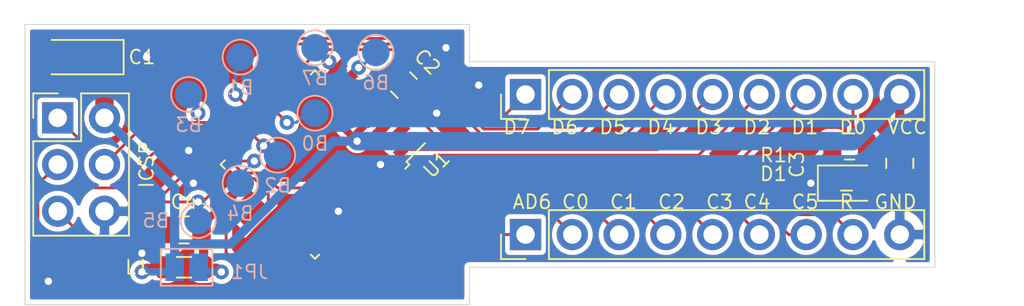
<source format=kicad_pcb>
(kicad_pcb (version 20171130) (host pcbnew 5.1.9-73d0e3b20d~88~ubuntu20.04.1)

  (general
    (thickness 1.6)
    (drawings 13)
    (tracks 225)
    (zones 0)
    (modules 20)
    (nets 30)
  )

  (page USLetter)
  (title_block
    (title "ATMetga88 Breakout")
    (date 2020-12-25)
    (rev A)
  )

  (layers
    (0 F.Cu signal)
    (31 B.Cu signal)
    (32 B.Adhes user)
    (33 F.Adhes user)
    (34 B.Paste user)
    (35 F.Paste user)
    (36 B.SilkS user)
    (37 F.SilkS user)
    (38 B.Mask user)
    (39 F.Mask user)
    (40 Dwgs.User user)
    (41 Cmts.User user)
    (42 Eco1.User user)
    (43 Eco2.User user)
    (44 Edge.Cuts user)
    (45 Margin user)
    (46 B.CrtYd user)
    (47 F.CrtYd user)
    (48 B.Fab user)
    (49 F.Fab user)
  )

  (setup
    (last_trace_width 0.1524)
    (user_trace_width 0.2)
    (user_trace_width 0.25)
    (user_trace_width 0.3)
    (user_trace_width 0.4)
    (user_trace_width 0.5)
    (user_trace_width 1)
    (trace_clearance 0.1524)
    (zone_clearance 0.254)
    (zone_45_only no)
    (trace_min 0.1524)
    (via_size 0.8)
    (via_drill 0.4)
    (via_min_size 0.4)
    (via_min_drill 0.3)
    (uvia_size 0.3)
    (uvia_drill 0.1)
    (uvias_allowed no)
    (uvia_min_size 0.2)
    (uvia_min_drill 0.1)
    (edge_width 0.05)
    (segment_width 0.2)
    (pcb_text_width 0.3)
    (pcb_text_size 1.5 1.5)
    (mod_edge_width 0.1)
    (mod_text_size 0.75 0.75)
    (mod_text_width 0.1)
    (pad_size 1.524 1.524)
    (pad_drill 0.762)
    (pad_to_mask_clearance 0)
    (solder_mask_min_width 0.25)
    (aux_axis_origin 0 0)
    (visible_elements FFFFFF7F)
    (pcbplotparams
      (layerselection 0x10014_fffffffe)
      (usegerberextensions false)
      (usegerberattributes true)
      (usegerberadvancedattributes true)
      (creategerberjobfile true)
      (excludeedgelayer false)
      (linewidth 0.100000)
      (plotframeref true)
      (viasonmask false)
      (mode 1)
      (useauxorigin false)
      (hpglpennumber 1)
      (hpglpenspeed 20)
      (hpglpendiameter 15.000000)
      (psnegative false)
      (psa4output false)
      (plotreference true)
      (plotvalue true)
      (plotinvisibletext false)
      (padsonsilk false)
      (subtractmaskfromsilk false)
      (outputformat 4)
      (mirror true)
      (drillshape 0)
      (scaleselection 1)
      (outputdirectory "PDF Output/"))
  )

  (net 0 "")
  (net 1 GND)
  (net 2 VCC)
  (net 3 VAA)
  (net 4 /D2)
  (net 5 /D1)
  (net 6 /D0)
  (net 7 /D7)
  (net 8 /D6)
  (net 9 /D5)
  (net 10 /D4)
  (net 11 /D3)
  (net 12 /C6)
  (net 13 /B3)
  (net 14 /B5)
  (net 15 /B4)
  (net 16 ADC6)
  (net 17 /C5)
  (net 18 /C4)
  (net 19 /C3)
  (net 20 /C2)
  (net 21 /C1)
  (net 22 /C0)
  (net 23 "Net-(D1-Pad2)")
  (net 24 ADC7)
  (net 25 /B2)
  (net 26 /B1)
  (net 27 /B0)
  (net 28 /B7)
  (net 29 /B6)

  (net_class Default "This is the default net class."
    (clearance 0.1524)
    (trace_width 0.1524)
    (via_dia 0.8)
    (via_drill 0.4)
    (uvia_dia 0.3)
    (uvia_drill 0.1)
    (add_net /B0)
    (add_net /B1)
    (add_net /B2)
    (add_net /B3)
    (add_net /B4)
    (add_net /B5)
    (add_net /B6)
    (add_net /B7)
    (add_net /C0)
    (add_net /C1)
    (add_net /C2)
    (add_net /C3)
    (add_net /C4)
    (add_net /C5)
    (add_net /C6)
    (add_net /D0)
    (add_net /D1)
    (add_net /D2)
    (add_net /D3)
    (add_net /D4)
    (add_net /D5)
    (add_net /D6)
    (add_net /D7)
    (add_net ADC6)
    (add_net ADC7)
    (add_net GND)
    (add_net "Net-(D1-Pad2)")
    (add_net VAA)
    (add_net VCC)
  )

  (net_class Power ""
    (clearance 0.1524)
    (trace_width 0.1524)
    (via_dia 0.8)
    (via_drill 0.4)
    (uvia_dia 0.3)
    (uvia_drill 0.1)
  )

  (module TestPoint:TestPoint_Pad_D1.5mm (layer B.Cu) (tedit 5A0F774F) (tstamp 5FE693A3)
    (at 134.366 99.06)
    (descr "SMD pad as test Point, diameter 1.5mm")
    (tags "test point SMD pad")
    (path /5FE7E5F5)
    (attr virtual)
    (fp_text reference B7 (at 0 1.648) (layer B.SilkS)
      (effects (font (size 0.75 0.75) (thickness 0.1)) (justify mirror))
    )
    (fp_text value TestPoint (at 0 -1.75) (layer B.Fab)
      (effects (font (size 1 1) (thickness 0.15)) (justify mirror))
    )
    (fp_circle (center 0 0) (end 0 -0.95) (layer B.SilkS) (width 0.1))
    (fp_circle (center 0 0) (end 1.25 0) (layer B.CrtYd) (width 0.05))
    (fp_text user %R (at 0 1.65) (layer B.Fab)
      (effects (font (size 1 1) (thickness 0.15)) (justify mirror))
    )
    (pad 1 smd circle (at 0 0) (size 1.5 1.5) (layers B.Cu B.Mask)
      (net 28 /B7))
  )

  (module TestPoint:TestPoint_Pad_D1.5mm (layer B.Cu) (tedit 5A0F774F) (tstamp 5FE6C593)
    (at 137.668 99.314)
    (descr "SMD pad as test Point, diameter 1.5mm")
    (tags "test point SMD pad")
    (path /5FE7E5EF)
    (attr virtual)
    (fp_text reference B6 (at 0 1.648) (layer B.SilkS)
      (effects (font (size 0.75 0.75) (thickness 0.1)) (justify mirror))
    )
    (fp_text value TestPoint (at 0 -1.75) (layer B.Fab)
      (effects (font (size 1 1) (thickness 0.15)) (justify mirror))
    )
    (fp_circle (center 0 0) (end 0 -0.95) (layer B.SilkS) (width 0.1))
    (fp_circle (center 0 0) (end 1.25 0) (layer B.CrtYd) (width 0.05))
    (fp_text user %R (at 0 1.65) (layer B.Fab)
      (effects (font (size 1 1) (thickness 0.15)) (justify mirror))
    )
    (pad 1 smd circle (at 0 0) (size 1.5 1.5) (layers B.Cu B.Mask)
      (net 29 /B6))
  )

  (module TestPoint:TestPoint_Pad_D1.5mm (layer B.Cu) (tedit 5A0F774F) (tstamp 5FE69393)
    (at 128.016 108.458)
    (descr "SMD pad as test Point, diameter 1.5mm")
    (tags "test point SMD pad")
    (path /5FE7E5E9)
    (attr virtual)
    (fp_text reference B5 (at -2.286 0) (layer B.SilkS)
      (effects (font (size 0.75 0.75) (thickness 0.1)) (justify mirror))
    )
    (fp_text value TestPoint (at 0 -1.75) (layer B.Fab)
      (effects (font (size 1 1) (thickness 0.15)) (justify mirror))
    )
    (fp_circle (center 0 0) (end 0 -0.95) (layer B.SilkS) (width 0.1))
    (fp_circle (center 0 0) (end 1.25 0) (layer B.CrtYd) (width 0.05))
    (fp_text user %R (at 0 1.65) (layer B.Fab)
      (effects (font (size 1 1) (thickness 0.15)) (justify mirror))
    )
    (pad 1 smd circle (at 0 0) (size 1.5 1.5) (layers B.Cu B.Mask)
      (net 14 /B5))
  )

  (module TestPoint:TestPoint_Pad_D1.5mm (layer B.Cu) (tedit 5A0F774F) (tstamp 5FE6938B)
    (at 130.302 106.426)
    (descr "SMD pad as test Point, diameter 1.5mm")
    (tags "test point SMD pad")
    (path /5FE7E5E3)
    (attr virtual)
    (fp_text reference B4 (at 0 1.648) (layer B.SilkS)
      (effects (font (size 0.75 0.75) (thickness 0.1)) (justify mirror))
    )
    (fp_text value TestPoint (at 0 -1.75) (layer B.Fab)
      (effects (font (size 1 1) (thickness 0.15)) (justify mirror))
    )
    (fp_circle (center 0 0) (end 0 -0.95) (layer B.SilkS) (width 0.1))
    (fp_circle (center 0 0) (end 1.25 0) (layer B.CrtYd) (width 0.05))
    (fp_text user %R (at 0 1.65) (layer B.Fab)
      (effects (font (size 1 1) (thickness 0.15)) (justify mirror))
    )
    (pad 1 smd circle (at 0 0) (size 1.5 1.5) (layers B.Cu B.Mask)
      (net 15 /B4))
  )

  (module TestPoint:TestPoint_Pad_D1.5mm (layer B.Cu) (tedit 5A0F774F) (tstamp 5FE69383)
    (at 127.508 101.6)
    (descr "SMD pad as test Point, diameter 1.5mm")
    (tags "test point SMD pad")
    (path /5FE799E5)
    (attr virtual)
    (fp_text reference B3 (at 0 1.648) (layer B.SilkS)
      (effects (font (size 0.75 0.75) (thickness 0.1)) (justify mirror))
    )
    (fp_text value TestPoint (at 0 -1.75) (layer B.Fab)
      (effects (font (size 1 1) (thickness 0.15)) (justify mirror))
    )
    (fp_circle (center 0 0) (end 0 -0.95) (layer B.SilkS) (width 0.1))
    (fp_circle (center 0 0) (end 1.25 0) (layer B.CrtYd) (width 0.05))
    (fp_text user %R (at 0 1.65) (layer B.Fab)
      (effects (font (size 1 1) (thickness 0.15)) (justify mirror))
    )
    (pad 1 smd circle (at 0 0) (size 1.5 1.5) (layers B.Cu B.Mask)
      (net 13 /B3))
  )

  (module TestPoint:TestPoint_Pad_D1.5mm (layer B.Cu) (tedit 5A0F774F) (tstamp 5FE6937B)
    (at 132.334 104.902)
    (descr "SMD pad as test Point, diameter 1.5mm")
    (tags "test point SMD pad")
    (path /5FE799DF)
    (attr virtual)
    (fp_text reference B2 (at 0 1.648) (layer B.SilkS)
      (effects (font (size 0.75 0.75) (thickness 0.1)) (justify mirror))
    )
    (fp_text value TestPoint (at 0 -1.75) (layer B.Fab)
      (effects (font (size 1 1) (thickness 0.15)) (justify mirror))
    )
    (fp_circle (center 0 0) (end 0 -0.95) (layer B.SilkS) (width 0.1))
    (fp_circle (center 0 0) (end 1.25 0) (layer B.CrtYd) (width 0.05))
    (fp_text user %R (at 0 1.65) (layer B.Fab)
      (effects (font (size 1 1) (thickness 0.15)) (justify mirror))
    )
    (pad 1 smd circle (at 0 0) (size 1.5 1.5) (layers B.Cu B.Mask)
      (net 25 /B2))
  )

  (module TestPoint:TestPoint_Pad_D1.5mm (layer B.Cu) (tedit 5A0F774F) (tstamp 5FE69373)
    (at 130.302 99.568)
    (descr "SMD pad as test Point, diameter 1.5mm")
    (tags "test point SMD pad")
    (path /5FE77FE9)
    (attr virtual)
    (fp_text reference B1 (at 0 1.648) (layer B.SilkS)
      (effects (font (size 0.75 0.75) (thickness 0.1)) (justify mirror))
    )
    (fp_text value TestPoint (at 0 -1.75) (layer B.Fab)
      (effects (font (size 1 1) (thickness 0.15)) (justify mirror))
    )
    (fp_circle (center 0 0) (end 0 -0.95) (layer B.SilkS) (width 0.1))
    (fp_circle (center 0 0) (end 1.25 0) (layer B.CrtYd) (width 0.05))
    (fp_text user %R (at 0 1.65) (layer B.Fab)
      (effects (font (size 1 1) (thickness 0.15)) (justify mirror))
    )
    (pad 1 smd circle (at 0 0) (size 1.5 1.5) (layers B.Cu B.Mask)
      (net 26 /B1))
  )

  (module TestPoint:TestPoint_Pad_D1.5mm (layer B.Cu) (tedit 5A0F774F) (tstamp 5FE6936B)
    (at 134.366 102.616)
    (descr "SMD pad as test Point, diameter 1.5mm")
    (tags "test point SMD pad")
    (path /5FE769A9)
    (attr virtual)
    (fp_text reference B0 (at 0 1.648) (layer B.SilkS)
      (effects (font (size 0.75 0.75) (thickness 0.1)) (justify mirror))
    )
    (fp_text value TestPoint (at 0 -1.75) (layer B.Fab)
      (effects (font (size 1 1) (thickness 0.15)) (justify mirror))
    )
    (fp_circle (center 0 0) (end 0 -0.95) (layer B.SilkS) (width 0.1))
    (fp_circle (center 0 0) (end 1.25 0) (layer B.CrtYd) (width 0.05))
    (fp_text user %R (at 0 1.65) (layer B.Fab)
      (effects (font (size 1 1) (thickness 0.15)) (justify mirror))
    )
    (pad 1 smd circle (at 0 0) (size 1.5 1.5) (layers B.Cu B.Mask)
      (net 27 /B0))
  )

  (module Connector_PinHeader_2.54mm:PinHeader_1x09_P2.54mm_Vertical (layer F.Cu) (tedit 59FED5CC) (tstamp 5FE69319)
    (at 145.796 101.6 90)
    (descr "Through hole straight pin header, 1x09, 2.54mm pitch, single row")
    (tags "Through hole pin header THT 1x09 2.54mm single row")
    (path /5FE69FB9)
    (fp_text reference J3 (at 0 -2.33 90) (layer F.SilkS) hide
      (effects (font (size 0.75 0.75) (thickness 0.1)))
    )
    (fp_text value Conn_01x09 (at 2.54 3.302 180) (layer F.Fab)
      (effects (font (size 1 1) (thickness 0.15)))
    )
    (fp_line (start 1.8 -1.8) (end -1.8 -1.8) (layer F.CrtYd) (width 0.05))
    (fp_line (start 1.8 22.1) (end 1.8 -1.8) (layer F.CrtYd) (width 0.05))
    (fp_line (start -1.8 22.1) (end 1.8 22.1) (layer F.CrtYd) (width 0.05))
    (fp_line (start -1.8 -1.8) (end -1.8 22.1) (layer F.CrtYd) (width 0.05))
    (fp_line (start -1.33 -1.33) (end 0 -1.33) (layer F.SilkS) (width 0.1))
    (fp_line (start -1.33 0) (end -1.33 -1.33) (layer F.SilkS) (width 0.1))
    (fp_line (start -1.33 1.27) (end 1.33 1.27) (layer F.SilkS) (width 0.1))
    (fp_line (start 1.33 1.27) (end 1.33 21.65) (layer F.SilkS) (width 0.1))
    (fp_line (start -1.33 1.27) (end -1.33 21.65) (layer F.SilkS) (width 0.1))
    (fp_line (start -1.33 21.65) (end 1.33 21.65) (layer F.SilkS) (width 0.1))
    (fp_line (start -1.27 -0.635) (end -0.635 -1.27) (layer F.Fab) (width 0.15))
    (fp_line (start -1.27 21.59) (end -1.27 -0.635) (layer F.Fab) (width 0.15))
    (fp_line (start 1.27 21.59) (end -1.27 21.59) (layer F.Fab) (width 0.15))
    (fp_line (start 1.27 -1.27) (end 1.27 21.59) (layer F.Fab) (width 0.15))
    (fp_line (start -0.635 -1.27) (end 1.27 -1.27) (layer F.Fab) (width 0.15))
    (fp_text user %R (at 0 10.16) (layer F.Fab)
      (effects (font (size 1 1) (thickness 0.15)))
    )
    (pad 9 thru_hole oval (at 0 20.32 90) (size 1.7 1.7) (drill 1) (layers *.Cu *.Mask)
      (net 2 VCC))
    (pad 8 thru_hole oval (at 0 17.78 90) (size 1.7 1.7) (drill 1) (layers *.Cu *.Mask)
      (net 6 /D0))
    (pad 7 thru_hole oval (at 0 15.24 90) (size 1.7 1.7) (drill 1) (layers *.Cu *.Mask)
      (net 5 /D1))
    (pad 6 thru_hole oval (at 0 12.7 90) (size 1.7 1.7) (drill 1) (layers *.Cu *.Mask)
      (net 4 /D2))
    (pad 5 thru_hole oval (at 0 10.16 90) (size 1.7 1.7) (drill 1) (layers *.Cu *.Mask)
      (net 11 /D3))
    (pad 4 thru_hole oval (at 0 7.62 90) (size 1.7 1.7) (drill 1) (layers *.Cu *.Mask)
      (net 10 /D4))
    (pad 3 thru_hole oval (at 0 5.08 90) (size 1.7 1.7) (drill 1) (layers *.Cu *.Mask)
      (net 9 /D5))
    (pad 2 thru_hole oval (at 0 2.54 90) (size 1.7 1.7) (drill 1) (layers *.Cu *.Mask)
      (net 8 /D6))
    (pad 1 thru_hole rect (at 0 0 90) (size 1.7 1.7) (drill 1) (layers *.Cu *.Mask)
      (net 7 /D7))
    (model ${KISYS3DMOD}/Connector_PinHeader_2.54mm.3dshapes/PinHeader_1x09_P2.54mm_Vertical.wrl
      (offset (xyz 0 0 -1.6))
      (scale (xyz 1 1 1))
      (rotate (xyz 0 -180 0))
    )
  )

  (module Connector_PinHeader_2.54mm:PinHeader_1x09_P2.54mm_Vertical (layer F.Cu) (tedit 59FED5CC) (tstamp 5FE6C2C5)
    (at 145.796 109.22 90)
    (descr "Through hole straight pin header, 1x09, 2.54mm pitch, single row")
    (tags "Through hole pin header THT 1x09 2.54mm single row")
    (path /5FE6724C)
    (fp_text reference J1 (at 0 -2.33 90) (layer F.SilkS) hide
      (effects (font (size 0.75 0.75) (thickness 0.1)))
    )
    (fp_text value Conn_01x09 (at -2.286 3.048 180) (layer F.Fab)
      (effects (font (size 1 1) (thickness 0.15)))
    )
    (fp_line (start 1.8 -1.8) (end -1.8 -1.8) (layer F.CrtYd) (width 0.05))
    (fp_line (start 1.8 22.1) (end 1.8 -1.8) (layer F.CrtYd) (width 0.05))
    (fp_line (start -1.8 22.1) (end 1.8 22.1) (layer F.CrtYd) (width 0.05))
    (fp_line (start -1.8 -1.8) (end -1.8 22.1) (layer F.CrtYd) (width 0.05))
    (fp_line (start -1.33 -1.33) (end 0 -1.33) (layer F.SilkS) (width 0.1))
    (fp_line (start -1.33 0) (end -1.33 -1.33) (layer F.SilkS) (width 0.1))
    (fp_line (start -1.33 1.27) (end 1.33 1.27) (layer F.SilkS) (width 0.1))
    (fp_line (start 1.33 1.27) (end 1.33 21.65) (layer F.SilkS) (width 0.1))
    (fp_line (start -1.33 1.27) (end -1.33 21.65) (layer F.SilkS) (width 0.1))
    (fp_line (start -1.33 21.65) (end 1.33 21.65) (layer F.SilkS) (width 0.1))
    (fp_line (start -1.27 -0.635) (end -0.635 -1.27) (layer F.Fab) (width 0.15))
    (fp_line (start -1.27 21.59) (end -1.27 -0.635) (layer F.Fab) (width 0.15))
    (fp_line (start 1.27 21.59) (end -1.27 21.59) (layer F.Fab) (width 0.15))
    (fp_line (start 1.27 -1.27) (end 1.27 21.59) (layer F.Fab) (width 0.15))
    (fp_line (start -0.635 -1.27) (end 1.27 -1.27) (layer F.Fab) (width 0.15))
    (fp_text user %R (at 0 10.16) (layer F.Fab)
      (effects (font (size 1 1) (thickness 0.15)))
    )
    (pad 9 thru_hole oval (at 0 20.32 90) (size 1.7 1.7) (drill 1) (layers *.Cu *.Mask)
      (net 1 GND))
    (pad 8 thru_hole oval (at 0 17.78 90) (size 1.7 1.7) (drill 1) (layers *.Cu *.Mask)
      (net 12 /C6))
    (pad 7 thru_hole oval (at 0 15.24 90) (size 1.7 1.7) (drill 1) (layers *.Cu *.Mask)
      (net 17 /C5))
    (pad 6 thru_hole oval (at 0 12.7 90) (size 1.7 1.7) (drill 1) (layers *.Cu *.Mask)
      (net 18 /C4))
    (pad 5 thru_hole oval (at 0 10.16 90) (size 1.7 1.7) (drill 1) (layers *.Cu *.Mask)
      (net 19 /C3))
    (pad 4 thru_hole oval (at 0 7.62 90) (size 1.7 1.7) (drill 1) (layers *.Cu *.Mask)
      (net 20 /C2))
    (pad 3 thru_hole oval (at 0 5.08 90) (size 1.7 1.7) (drill 1) (layers *.Cu *.Mask)
      (net 21 /C1))
    (pad 2 thru_hole oval (at 0 2.54 90) (size 1.7 1.7) (drill 1) (layers *.Cu *.Mask)
      (net 22 /C0))
    (pad 1 thru_hole rect (at 0 0 90) (size 1.7 1.7) (drill 1) (layers *.Cu *.Mask)
      (net 16 ADC6))
    (model ${KISYS3DMOD}/Connector_PinHeader_2.54mm.3dshapes/PinHeader_1x09_P2.54mm_Vertical.wrl
      (offset (xyz 0 0 -1.6))
      (scale (xyz 1 1 1))
      (rotate (xyz 0 180 0))
    )
  )

  (module Capacitor_Tantalum_SMD:CP_EIA-3216-18_Kemet-A (layer F.Cu) (tedit 5EBA9318) (tstamp 5FD15499)
    (at 121.666 99.568 180)
    (descr "Tantalum Capacitor SMD Kemet-A (3216-18 Metric), IPC_7351 nominal, (Body size from: http://www.kemet.com/Lists/ProductCatalog/Attachments/253/KEM_TC101_STD.pdf), generated with kicad-footprint-generator")
    (tags "capacitor tantalum")
    (path /5FCA8D1B)
    (attr smd)
    (fp_text reference C1 (at -3.302 0) (layer F.SilkS)
      (effects (font (size 0.75 0.75) (thickness 0.1)))
    )
    (fp_text value 10u (at -3.048 0) (layer F.Fab)
      (effects (font (size 1 1) (thickness 0.15)))
    )
    (fp_line (start 2.3 1.05) (end -2.3 1.05) (layer F.CrtYd) (width 0.05))
    (fp_line (start 2.3 -1.05) (end 2.3 1.05) (layer F.CrtYd) (width 0.05))
    (fp_line (start -2.3 -1.05) (end 2.3 -1.05) (layer F.CrtYd) (width 0.05))
    (fp_line (start -2.3 1.05) (end -2.3 -1.05) (layer F.CrtYd) (width 0.05))
    (fp_line (start -2.31 0.935) (end 1.6 0.935) (layer F.SilkS) (width 0.1))
    (fp_line (start -2.31 -0.935) (end -2.31 0.935) (layer F.SilkS) (width 0.1))
    (fp_line (start 1.6 -0.935) (end -2.31 -0.935) (layer F.SilkS) (width 0.1))
    (fp_line (start 1.6 0.8) (end 1.6 -0.8) (layer F.Fab) (width 0.15))
    (fp_line (start -1.6 0.8) (end 1.6 0.8) (layer F.Fab) (width 0.15))
    (fp_line (start -1.6 -0.4) (end -1.6 0.8) (layer F.Fab) (width 0.15))
    (fp_line (start -1.2 -0.8) (end -1.6 -0.4) (layer F.Fab) (width 0.15))
    (fp_line (start 1.6 -0.8) (end -1.2 -0.8) (layer F.Fab) (width 0.15))
    (fp_text user %R (at 0 0) (layer F.Fab)
      (effects (font (size 1 1) (thickness 0.15)))
    )
    (pad 2 smd roundrect (at 1.35 0 180) (size 1.4 1.35) (layers F.Cu F.Paste F.Mask) (roundrect_rratio 0.1851844444444445)
      (net 1 GND))
    (pad 1 smd roundrect (at -1.35 0 180) (size 1.4 1.35) (layers F.Cu F.Paste F.Mask) (roundrect_rratio 0.1851844444444445)
      (net 2 VCC))
    (model ${KISYS3DMOD}/Capacitor_Tantalum_SMD.3dshapes/CP_EIA-3216-18_Kemet-A.wrl
      (at (xyz 0 0 0))
      (scale (xyz 1 1 1))
      (rotate (xyz 0 0 0))
    )
  )

  (module Jumper:SolderJumper-2_P1.3mm_Open_Pad1.0x1.5mm (layer B.Cu) (tedit 5A3EABFC) (tstamp 5FD15EF8)
    (at 127.396 110.998)
    (descr "SMD Solder Jumper, 1x1.5mm Pads, 0.3mm gap, open")
    (tags "solder jumper open")
    (path /5FD4B231)
    (attr virtual)
    (fp_text reference JP1 (at 3.414 0.254 180) (layer B.SilkS)
      (effects (font (size 0.75 0.75) (thickness 0.1)) (justify mirror))
    )
    (fp_text value SolderJumper_2_Open (at 0 -1.9 180) (layer B.Fab)
      (effects (font (size 1 1) (thickness 0.15)) (justify mirror))
    )
    (fp_line (start -1.4 -1) (end -1.4 1) (layer B.SilkS) (width 0.1))
    (fp_line (start 1.4 -1) (end -1.4 -1) (layer B.SilkS) (width 0.1))
    (fp_line (start 1.4 1) (end 1.4 -1) (layer B.SilkS) (width 0.1))
    (fp_line (start -1.4 1) (end 1.4 1) (layer B.SilkS) (width 0.1))
    (fp_line (start -1.65 1.25) (end 1.65 1.25) (layer B.CrtYd) (width 0.05))
    (fp_line (start -1.65 1.25) (end -1.65 -1.25) (layer B.CrtYd) (width 0.05))
    (fp_line (start 1.65 -1.25) (end 1.65 1.25) (layer B.CrtYd) (width 0.05))
    (fp_line (start 1.65 -1.25) (end -1.65 -1.25) (layer B.CrtYd) (width 0.05))
    (pad 1 smd rect (at -0.65 0) (size 1 1.5) (layers B.Cu B.Mask)
      (net 2 VCC))
    (pad 2 smd rect (at 0.65 0) (size 1 1.5) (layers B.Cu B.Mask)
      (net 3 VAA))
  )

  (module Inductor_SMD:L_0805_2012Metric (layer F.Cu) (tedit 5F68FEF0) (tstamp 5FD1554D)
    (at 127.254 110.998)
    (descr "Inductor SMD 0805 (2012 Metric), square (rectangular) end terminal, IPC_7351 nominal, (Body size source: IPC-SM-782 page 80, https://www.pcb-3d.com/wordpress/wp-content/uploads/ipc-sm-782a_amendment_1_and_2.pdf), generated with kicad-footprint-generator")
    (tags inductor)
    (path /5FCAA677)
    (attr smd)
    (fp_text reference L1 (at -2.54 0 180) (layer F.SilkS)
      (effects (font (size 0.75 0.75) (thickness 0.1)))
    )
    (fp_text value L_Small (at 0 1.27 180) (layer F.Fab)
      (effects (font (size 1 1) (thickness 0.15)))
    )
    (fp_line (start -1 0.45) (end -1 -0.45) (layer F.Fab) (width 0.15))
    (fp_line (start -1 -0.45) (end 1 -0.45) (layer F.Fab) (width 0.15))
    (fp_line (start 1 -0.45) (end 1 0.45) (layer F.Fab) (width 0.15))
    (fp_line (start 1 0.45) (end -1 0.45) (layer F.Fab) (width 0.15))
    (fp_line (start -0.399622 -0.56) (end 0.399622 -0.56) (layer F.SilkS) (width 0.1))
    (fp_line (start -0.399622 0.56) (end 0.399622 0.56) (layer F.SilkS) (width 0.1))
    (fp_line (start -1.75 0.85) (end -1.75 -0.85) (layer F.CrtYd) (width 0.05))
    (fp_line (start -1.75 -0.85) (end 1.75 -0.85) (layer F.CrtYd) (width 0.05))
    (fp_line (start 1.75 -0.85) (end 1.75 0.85) (layer F.CrtYd) (width 0.05))
    (fp_line (start 1.75 0.85) (end -1.75 0.85) (layer F.CrtYd) (width 0.05))
    (fp_text user %R (at 0 0 180) (layer F.Fab)
      (effects (font (size 1 1) (thickness 0.15)))
    )
    (pad 2 smd roundrect (at 1.0625 0) (size 0.875 1.2) (layers F.Cu F.Paste F.Mask) (roundrect_rratio 0.25)
      (net 3 VAA))
    (pad 1 smd roundrect (at -1.0625 0) (size 0.875 1.2) (layers F.Cu F.Paste F.Mask) (roundrect_rratio 0.25)
      (net 2 VCC))
    (model ${KISYS3DMOD}/Inductor_SMD.3dshapes/L_0805_2012Metric.wrl
      (at (xyz 0 0 0))
      (scale (xyz 1 1 1))
      (rotate (xyz 0 0 0))
    )
  )

  (module Connector_PinHeader_2.54mm:PinHeader_2x03_P2.54mm_Vertical (layer F.Cu) (tedit 59FED5CC) (tstamp 5FD15504)
    (at 120.396 102.87)
    (descr "Through hole straight pin header, 2x03, 2.54mm pitch, double rows")
    (tags "Through hole pin header THT 2x03 2.54mm double row")
    (path /5FCA0499)
    (fp_text reference ICSP (at 4.826 2.54 90) (layer F.SilkS)
      (effects (font (size 0.75 0.75) (thickness 0.1)))
    )
    (fp_text value "ICSP Header" (at -2.286 2.286 90) (layer F.Fab)
      (effects (font (size 1 1) (thickness 0.15)))
    )
    (fp_line (start 0 -1.27) (end 3.81 -1.27) (layer F.Fab) (width 0.15))
    (fp_line (start 3.81 -1.27) (end 3.81 6.35) (layer F.Fab) (width 0.15))
    (fp_line (start 3.81 6.35) (end -1.27 6.35) (layer F.Fab) (width 0.15))
    (fp_line (start -1.27 6.35) (end -1.27 0) (layer F.Fab) (width 0.15))
    (fp_line (start -1.27 0) (end 0 -1.27) (layer F.Fab) (width 0.15))
    (fp_line (start -1.33 6.41) (end 3.87 6.41) (layer F.SilkS) (width 0.1))
    (fp_line (start -1.33 1.27) (end -1.33 6.41) (layer F.SilkS) (width 0.1))
    (fp_line (start 3.87 -1.33) (end 3.87 6.41) (layer F.SilkS) (width 0.1))
    (fp_line (start -1.33 1.27) (end 1.27 1.27) (layer F.SilkS) (width 0.1))
    (fp_line (start 1.27 1.27) (end 1.27 -1.33) (layer F.SilkS) (width 0.1))
    (fp_line (start 1.27 -1.33) (end 3.87 -1.33) (layer F.SilkS) (width 0.1))
    (fp_line (start -1.33 0) (end -1.33 -1.33) (layer F.SilkS) (width 0.1))
    (fp_line (start -1.33 -1.33) (end 0 -1.33) (layer F.SilkS) (width 0.1))
    (fp_line (start -1.8 -1.8) (end -1.8 6.85) (layer F.CrtYd) (width 0.05))
    (fp_line (start -1.8 6.85) (end 4.35 6.85) (layer F.CrtYd) (width 0.05))
    (fp_line (start 4.35 6.85) (end 4.35 -1.8) (layer F.CrtYd) (width 0.05))
    (fp_line (start 4.35 -1.8) (end -1.8 -1.8) (layer F.CrtYd) (width 0.05))
    (fp_text user %R (at 1.27 2.54 90) (layer F.Fab)
      (effects (font (size 1 1) (thickness 0.15)))
    )
    (pad 6 thru_hole oval (at 2.54 5.08) (size 1.7 1.7) (drill 1) (layers *.Cu *.Mask)
      (net 1 GND))
    (pad 5 thru_hole oval (at 0 5.08) (size 1.7 1.7) (drill 1) (layers *.Cu *.Mask)
      (net 12 /C6))
    (pad 4 thru_hole oval (at 2.54 2.54) (size 1.7 1.7) (drill 1) (layers *.Cu *.Mask)
      (net 13 /B3))
    (pad 3 thru_hole oval (at 0 2.54) (size 1.7 1.7) (drill 1) (layers *.Cu *.Mask)
      (net 14 /B5))
    (pad 2 thru_hole oval (at 2.54 0) (size 1.7 1.7) (drill 1) (layers *.Cu *.Mask)
      (net 2 VCC))
    (pad 1 thru_hole rect (at 0 0) (size 1.7 1.7) (drill 1) (layers *.Cu *.Mask)
      (net 15 /B4))
    (model ${KISYS3DMOD}/Connector_PinHeader_2.54mm.3dshapes/PinHeader_2x03_P2.54mm_Vertical.wrl
      (at (xyz 0 0 0))
      (scale (xyz 1 1 1))
      (rotate (xyz 0 0 0))
    )
  )

  (module Capacitor_SMD:C_0805_2012Metric (layer F.Cu) (tedit 5F68FEEE) (tstamp 5FD154CC)
    (at 127.254 108.966)
    (descr "Capacitor SMD 0805 (2012 Metric), square (rectangular) end terminal, IPC_7351 nominal, (Body size source: IPC-SM-782 page 76, https://www.pcb-3d.com/wordpress/wp-content/uploads/ipc-sm-782a_amendment_1_and_2.pdf, https://docs.google.com/spreadsheets/d/1BsfQQcO9C6DZCsRaXUlFlo91Tg2WpOkGARC1WS5S8t0/edit?usp=sharing), generated with kicad-footprint-generator")
    (tags capacitor)
    (path /5FCB6C7E)
    (attr smd)
    (fp_text reference C4 (at 0 -1.524) (layer F.SilkS)
      (effects (font (size 0.75 0.75) (thickness 0.1)))
    )
    (fp_text value 100nF (at 0 -1.27 180) (layer F.Fab)
      (effects (font (size 1 1) (thickness 0.15)))
    )
    (fp_line (start -1 0.625) (end -1 -0.625) (layer F.Fab) (width 0.15))
    (fp_line (start -1 -0.625) (end 1 -0.625) (layer F.Fab) (width 0.15))
    (fp_line (start 1 -0.625) (end 1 0.625) (layer F.Fab) (width 0.15))
    (fp_line (start 1 0.625) (end -1 0.625) (layer F.Fab) (width 0.15))
    (fp_line (start -0.261252 -0.735) (end 0.261252 -0.735) (layer F.SilkS) (width 0.1))
    (fp_line (start -0.261252 0.735) (end 0.261252 0.735) (layer F.SilkS) (width 0.1))
    (fp_line (start -1.7 0.98) (end -1.7 -0.98) (layer F.CrtYd) (width 0.05))
    (fp_line (start -1.7 -0.98) (end 1.7 -0.98) (layer F.CrtYd) (width 0.05))
    (fp_line (start 1.7 -0.98) (end 1.7 0.98) (layer F.CrtYd) (width 0.05))
    (fp_line (start 1.7 0.98) (end -1.7 0.98) (layer F.CrtYd) (width 0.05))
    (fp_text user %R (at 0 0 180) (layer F.Fab)
      (effects (font (size 1 1) (thickness 0.15)))
    )
    (pad 2 smd roundrect (at 0.95 0) (size 1 1.45) (layers F.Cu F.Paste F.Mask) (roundrect_rratio 0.25)
      (net 3 VAA))
    (pad 1 smd roundrect (at -0.95 0) (size 1 1.45) (layers F.Cu F.Paste F.Mask) (roundrect_rratio 0.25)
      (net 1 GND))
    (model ${KISYS3DMOD}/Capacitor_SMD.3dshapes/C_0805_2012Metric.wrl
      (at (xyz 0 0 0))
      (scale (xyz 1 1 1))
      (rotate (xyz 0 0 0))
    )
  )

  (module Capacitor_SMD:C_0805_2012Metric (layer F.Cu) (tedit 5F68FEEE) (tstamp 5FD154BB)
    (at 166.116 105.344 90)
    (descr "Capacitor SMD 0805 (2012 Metric), square (rectangular) end terminal, IPC_7351 nominal, (Body size source: IPC-SM-782 page 76, https://www.pcb-3d.com/wordpress/wp-content/uploads/ipc-sm-782a_amendment_1_and_2.pdf, https://docs.google.com/spreadsheets/d/1BsfQQcO9C6DZCsRaXUlFlo91Tg2WpOkGARC1WS5S8t0/edit?usp=sharing), generated with kicad-footprint-generator")
    (tags capacitor)
    (path /5FC94002)
    (attr smd)
    (fp_text reference C3 (at -0.066 -5.588 90) (layer F.SilkS)
      (effects (font (size 0.75 0.75) (thickness 0.1)))
    )
    (fp_text value 100nF (at -0.066 4.318 180) (layer F.Fab)
      (effects (font (size 1 1) (thickness 0.15)))
    )
    (fp_line (start -1 0.625) (end -1 -0.625) (layer F.Fab) (width 0.15))
    (fp_line (start -1 -0.625) (end 1 -0.625) (layer F.Fab) (width 0.15))
    (fp_line (start 1 -0.625) (end 1 0.625) (layer F.Fab) (width 0.15))
    (fp_line (start 1 0.625) (end -1 0.625) (layer F.Fab) (width 0.15))
    (fp_line (start -0.261252 -0.735) (end 0.261252 -0.735) (layer F.SilkS) (width 0.1))
    (fp_line (start -0.261252 0.735) (end 0.261252 0.735) (layer F.SilkS) (width 0.1))
    (fp_line (start -1.7 0.98) (end -1.7 -0.98) (layer F.CrtYd) (width 0.05))
    (fp_line (start -1.7 -0.98) (end 1.7 -0.98) (layer F.CrtYd) (width 0.05))
    (fp_line (start 1.7 -0.98) (end 1.7 0.98) (layer F.CrtYd) (width 0.05))
    (fp_line (start 1.7 0.98) (end -1.7 0.98) (layer F.CrtYd) (width 0.05))
    (fp_text user %R (at 0 0 90) (layer F.Fab)
      (effects (font (size 1 1) (thickness 0.15)))
    )
    (pad 2 smd roundrect (at 0.95 0 90) (size 1 1.45) (layers F.Cu F.Paste F.Mask) (roundrect_rratio 0.25)
      (net 2 VCC))
    (pad 1 smd roundrect (at -0.95 0 90) (size 1 1.45) (layers F.Cu F.Paste F.Mask) (roundrect_rratio 0.25)
      (net 1 GND))
    (model ${KISYS3DMOD}/Capacitor_SMD.3dshapes/C_0805_2012Metric.wrl
      (at (xyz 0 0 0))
      (scale (xyz 1 1 1))
      (rotate (xyz 0 0 0))
    )
  )

  (module Capacitor_SMD:C_0805_2012Metric (layer F.Cu) (tedit 5F68FEEE) (tstamp 5FD154AA)
    (at 139.192 101.092 135)
    (descr "Capacitor SMD 0805 (2012 Metric), square (rectangular) end terminal, IPC_7351 nominal, (Body size source: IPC-SM-782 page 76, https://www.pcb-3d.com/wordpress/wp-content/uploads/ipc-sm-782a_amendment_1_and_2.pdf, https://docs.google.com/spreadsheets/d/1BsfQQcO9C6DZCsRaXUlFlo91Tg2WpOkGARC1WS5S8t0/edit?usp=sharing), generated with kicad-footprint-generator")
    (tags capacitor)
    (path /5FC94BB2)
    (attr smd)
    (fp_text reference C2 (at 0 1.796051 135) (layer F.SilkS)
      (effects (font (size 0.75 0.75) (thickness 0.1)))
    )
    (fp_text value 100nF (at 0 1.436841 135) (layer F.Fab)
      (effects (font (size 1 1) (thickness 0.15)))
    )
    (fp_line (start -1 0.625) (end -1 -0.625) (layer F.Fab) (width 0.15))
    (fp_line (start -1 -0.625) (end 1 -0.625) (layer F.Fab) (width 0.15))
    (fp_line (start 1 -0.625) (end 1 0.625) (layer F.Fab) (width 0.15))
    (fp_line (start 1 0.625) (end -1 0.625) (layer F.Fab) (width 0.15))
    (fp_line (start -0.261252 -0.735) (end 0.261252 -0.735) (layer F.SilkS) (width 0.1))
    (fp_line (start -0.261252 0.735) (end 0.261252 0.735) (layer F.SilkS) (width 0.1))
    (fp_line (start -1.7 0.98) (end -1.7 -0.98) (layer F.CrtYd) (width 0.05))
    (fp_line (start -1.7 -0.98) (end 1.7 -0.98) (layer F.CrtYd) (width 0.05))
    (fp_line (start 1.7 -0.98) (end 1.7 0.98) (layer F.CrtYd) (width 0.05))
    (fp_line (start 1.7 0.98) (end -1.7 0.98) (layer F.CrtYd) (width 0.05))
    (fp_text user %R (at 0 0 135) (layer F.Fab)
      (effects (font (size 1 1) (thickness 0.15)))
    )
    (pad 2 smd roundrect (at 0.95 0 135) (size 1 1.45) (layers F.Cu F.Paste F.Mask) (roundrect_rratio 0.25)
      (net 2 VCC))
    (pad 1 smd roundrect (at -0.95 0 135) (size 1 1.45) (layers F.Cu F.Paste F.Mask) (roundrect_rratio 0.25)
      (net 1 GND))
    (model ${KISYS3DMOD}/Capacitor_SMD.3dshapes/C_0805_2012Metric.wrl
      (at (xyz 0 0 0))
      (scale (xyz 1 1 1))
      (rotate (xyz 0 0 0))
    )
  )

  (module Package_QFP:TQFP-32_7x7mm_P0.8mm (layer F.Cu) (tedit 5A02F146) (tstamp 5FE6AC36)
    (at 134.366 105.41 225)
    (descr "32-Lead Plastic Thin Quad Flatpack (PT) - 7x7x1.0 mm Body, 2.00 mm [TQFP] (see Microchip Packaging Specification 00000049BS.pdf)")
    (tags "QFP 0.8")
    (path /5FC75EB9)
    (attr smd)
    (fp_text reference U1 (at -4.669733 -4.669733 45) (layer F.SilkS)
      (effects (font (size 0.75 0.75) (thickness 0.1)))
    )
    (fp_text value ATmega88PA-AU (at -0.179605 4.490128 45) (layer F.Fab)
      (effects (font (size 1 1) (thickness 0.15)))
    )
    (fp_line (start -2.5 -3.5) (end 3.5 -3.5) (layer F.Fab) (width 0.15))
    (fp_line (start 3.5 -3.5) (end 3.5 3.5) (layer F.Fab) (width 0.15))
    (fp_line (start 3.5 3.5) (end -3.5 3.5) (layer F.Fab) (width 0.15))
    (fp_line (start -3.5 3.5) (end -3.5 -2.5) (layer F.Fab) (width 0.15))
    (fp_line (start -3.5 -2.5) (end -2.5 -3.5) (layer F.Fab) (width 0.15))
    (fp_line (start -5.3 -5.3) (end -5.3 5.3) (layer F.CrtYd) (width 0.05))
    (fp_line (start 5.3 -5.3) (end 5.3 5.3) (layer F.CrtYd) (width 0.05))
    (fp_line (start -5.3 -5.3) (end 5.3 -5.3) (layer F.CrtYd) (width 0.05))
    (fp_line (start -5.3 5.3) (end 5.3 5.3) (layer F.CrtYd) (width 0.05))
    (fp_line (start -3.625 -3.625) (end -3.625 -3.4) (layer F.SilkS) (width 0.1))
    (fp_line (start 3.625 -3.625) (end 3.625 -3.3) (layer F.SilkS) (width 0.1))
    (fp_line (start 3.625 3.625) (end 3.625 3.3) (layer F.SilkS) (width 0.1))
    (fp_line (start -3.625 3.625) (end -3.625 3.3) (layer F.SilkS) (width 0.1))
    (fp_line (start -3.625 -3.625) (end -3.3 -3.625) (layer F.SilkS) (width 0.1))
    (fp_line (start -3.625 3.625) (end -3.3 3.625) (layer F.SilkS) (width 0.1))
    (fp_line (start 3.625 3.625) (end 3.3 3.625) (layer F.SilkS) (width 0.1))
    (fp_line (start 3.625 -3.625) (end 3.3 -3.625) (layer F.SilkS) (width 0.1))
    (fp_line (start -3.625 -3.4) (end -5.05 -3.4) (layer F.SilkS) (width 0.1))
    (fp_text user %R (at 0 0 45) (layer F.Fab)
      (effects (font (size 1 1) (thickness 0.15)))
    )
    (pad 32 smd rect (at -2.8 -4.25 315) (size 1.6 0.55) (layers F.Cu F.Paste F.Mask)
      (net 4 /D2))
    (pad 31 smd rect (at -2 -4.25 315) (size 1.6 0.55) (layers F.Cu F.Paste F.Mask)
      (net 5 /D1))
    (pad 30 smd rect (at -1.2 -4.25 315) (size 1.6 0.55) (layers F.Cu F.Paste F.Mask)
      (net 6 /D0))
    (pad 29 smd rect (at -0.4 -4.25 315) (size 1.6 0.55) (layers F.Cu F.Paste F.Mask)
      (net 12 /C6))
    (pad 28 smd rect (at 0.4 -4.25 315) (size 1.6 0.55) (layers F.Cu F.Paste F.Mask)
      (net 17 /C5))
    (pad 27 smd rect (at 1.2 -4.25 315) (size 1.6 0.55) (layers F.Cu F.Paste F.Mask)
      (net 18 /C4))
    (pad 26 smd rect (at 2 -4.25 315) (size 1.6 0.55) (layers F.Cu F.Paste F.Mask)
      (net 19 /C3))
    (pad 25 smd rect (at 2.8 -4.25 315) (size 1.6 0.55) (layers F.Cu F.Paste F.Mask)
      (net 20 /C2))
    (pad 24 smd rect (at 4.25 -2.8 225) (size 1.6 0.55) (layers F.Cu F.Paste F.Mask)
      (net 21 /C1))
    (pad 23 smd rect (at 4.25 -2 225) (size 1.6 0.55) (layers F.Cu F.Paste F.Mask)
      (net 22 /C0))
    (pad 22 smd rect (at 4.25 -1.2 225) (size 1.6 0.55) (layers F.Cu F.Paste F.Mask)
      (net 24 ADC7))
    (pad 21 smd rect (at 4.25 -0.4 225) (size 1.6 0.55) (layers F.Cu F.Paste F.Mask)
      (net 1 GND))
    (pad 20 smd rect (at 4.25 0.4 225) (size 1.6 0.55) (layers F.Cu F.Paste F.Mask)
      (net 3 VAA))
    (pad 19 smd rect (at 4.25 1.2 225) (size 1.6 0.55) (layers F.Cu F.Paste F.Mask)
      (net 16 ADC6))
    (pad 18 smd rect (at 4.25 2 225) (size 1.6 0.55) (layers F.Cu F.Paste F.Mask)
      (net 3 VAA))
    (pad 17 smd rect (at 4.25 2.8 225) (size 1.6 0.55) (layers F.Cu F.Paste F.Mask)
      (net 14 /B5))
    (pad 16 smd rect (at 2.8 4.25 315) (size 1.6 0.55) (layers F.Cu F.Paste F.Mask)
      (net 15 /B4))
    (pad 15 smd rect (at 2 4.25 315) (size 1.6 0.55) (layers F.Cu F.Paste F.Mask)
      (net 13 /B3))
    (pad 14 smd rect (at 1.2 4.25 315) (size 1.6 0.55) (layers F.Cu F.Paste F.Mask)
      (net 25 /B2))
    (pad 13 smd rect (at 0.4 4.25 315) (size 1.6 0.55) (layers F.Cu F.Paste F.Mask)
      (net 26 /B1))
    (pad 12 smd rect (at -0.4 4.25 315) (size 1.6 0.55) (layers F.Cu F.Paste F.Mask)
      (net 27 /B0))
    (pad 11 smd rect (at -1.2 4.25 315) (size 1.6 0.55) (layers F.Cu F.Paste F.Mask)
      (net 7 /D7))
    (pad 10 smd rect (at -2 4.25 315) (size 1.6 0.55) (layers F.Cu F.Paste F.Mask)
      (net 8 /D6))
    (pad 9 smd rect (at -2.8 4.25 315) (size 1.6 0.55) (layers F.Cu F.Paste F.Mask)
      (net 9 /D5))
    (pad 8 smd rect (at -4.25 2.8 225) (size 1.6 0.55) (layers F.Cu F.Paste F.Mask)
      (net 28 /B7))
    (pad 7 smd rect (at -4.25 2 225) (size 1.6 0.55) (layers F.Cu F.Paste F.Mask)
      (net 29 /B6))
    (pad 6 smd rect (at -4.25 1.2 225) (size 1.6 0.55) (layers F.Cu F.Paste F.Mask)
      (net 2 VCC))
    (pad 5 smd rect (at -4.25 0.4 225) (size 1.6 0.55) (layers F.Cu F.Paste F.Mask)
      (net 1 GND))
    (pad 4 smd rect (at -4.25 -0.4 225) (size 1.6 0.55) (layers F.Cu F.Paste F.Mask)
      (net 2 VCC))
    (pad 3 smd rect (at -4.25 -1.2 225) (size 1.6 0.55) (layers F.Cu F.Paste F.Mask)
      (net 1 GND))
    (pad 2 smd rect (at -4.25 -2 225) (size 1.6 0.55) (layers F.Cu F.Paste F.Mask)
      (net 10 /D4))
    (pad 1 smd rect (at -4.25 -2.8 225) (size 1.6 0.55) (layers F.Cu F.Paste F.Mask)
      (net 11 /D3))
    (model ${KISYS3DMOD}/Package_QFP.3dshapes/TQFP-32_7x7mm_P0.8mm.wrl
      (at (xyz 0 0 0))
      (scale (xyz 1 1 1))
      (rotate (xyz 0 0 0))
    )
  )

  (module LED_SMD:LED_0805_2012Metric (layer F.Cu) (tedit 5B36C52C) (tstamp 5FEEC94E)
    (at 163.354999 106.421999)
    (descr "LED SMD 0805 (2012 Metric), square (rectangular) end terminal, IPC_7351 nominal, (Body size source: https://docs.google.com/spreadsheets/d/1BsfQQcO9C6DZCsRaXUlFlo91Tg2WpOkGARC1WS5S8t0/edit?usp=sharing), generated with kicad-footprint-generator")
    (tags diode)
    (path /5FE274C0)
    (attr smd)
    (fp_text reference D1 (at -4.096999 -0.503999) (layer F.SilkS)
      (effects (font (size 0.75 0.75) (thickness 0.1)))
    )
    (fp_text value LED_Small (at -5.112999 0.004001) (layer F.Fab)
      (effects (font (size 1 1) (thickness 0.15)))
    )
    (fp_line (start 1 -0.6) (end -0.7 -0.6) (layer F.Fab) (width 0.15))
    (fp_line (start -0.7 -0.6) (end -1 -0.3) (layer F.Fab) (width 0.15))
    (fp_line (start -1 -0.3) (end -1 0.6) (layer F.Fab) (width 0.15))
    (fp_line (start -1 0.6) (end 1 0.6) (layer F.Fab) (width 0.15))
    (fp_line (start 1 0.6) (end 1 -0.6) (layer F.Fab) (width 0.15))
    (fp_line (start 1 -0.96) (end -1.685 -0.96) (layer F.SilkS) (width 0.1))
    (fp_line (start -1.685 -0.96) (end -1.685 0.96) (layer F.SilkS) (width 0.1))
    (fp_line (start -1.685 0.96) (end 1 0.96) (layer F.SilkS) (width 0.1))
    (fp_line (start -1.68 0.95) (end -1.68 -0.95) (layer F.CrtYd) (width 0.05))
    (fp_line (start -1.68 -0.95) (end 1.68 -0.95) (layer F.CrtYd) (width 0.05))
    (fp_line (start 1.68 -0.95) (end 1.68 0.95) (layer F.CrtYd) (width 0.05))
    (fp_line (start 1.68 0.95) (end -1.68 0.95) (layer F.CrtYd) (width 0.05))
    (fp_text user %R (at 0 0) (layer F.Fab)
      (effects (font (size 1 1) (thickness 0.15)))
    )
    (pad 1 smd roundrect (at -0.9375 0) (size 0.975 1.4) (layers F.Cu F.Paste F.Mask) (roundrect_rratio 0.25)
      (net 1 GND))
    (pad 2 smd roundrect (at 0.9375 0) (size 0.975 1.4) (layers F.Cu F.Paste F.Mask) (roundrect_rratio 0.25)
      (net 23 "Net-(D1-Pad2)"))
    (model ${KISYS3DMOD}/LED_SMD.3dshapes/LED_0805_2012Metric.wrl
      (at (xyz 0 0 0))
      (scale (xyz 1 1 1))
      (rotate (xyz 0 0 0))
    )
  )

  (module Resistor_SMD:R_0805_2012Metric (layer F.Cu) (tedit 5B36C52B) (tstamp 5FEEC95F)
    (at 163.394999 104.426999)
    (descr "Resistor SMD 0805 (2012 Metric), square (rectangular) end terminal, IPC_7351 nominal, (Body size source: https://docs.google.com/spreadsheets/d/1BsfQQcO9C6DZCsRaXUlFlo91Tg2WpOkGARC1WS5S8t0/edit?usp=sharing), generated with kicad-footprint-generator")
    (tags resistor)
    (path /5FE27389)
    (attr smd)
    (fp_text reference R1 (at -4.136999 0.475001) (layer F.SilkS)
      (effects (font (size 0.75 0.75) (thickness 0.1)))
    )
    (fp_text value 1k (at -2.104999 -0.032999) (layer F.Fab)
      (effects (font (size 1 1) (thickness 0.15)))
    )
    (fp_line (start -1 0.6) (end -1 -0.6) (layer F.Fab) (width 0.15))
    (fp_line (start -1 -0.6) (end 1 -0.6) (layer F.Fab) (width 0.15))
    (fp_line (start 1 -0.6) (end 1 0.6) (layer F.Fab) (width 0.15))
    (fp_line (start 1 0.6) (end -1 0.6) (layer F.Fab) (width 0.15))
    (fp_line (start -0.258578 -0.71) (end 0.258578 -0.71) (layer F.SilkS) (width 0.1))
    (fp_line (start -0.258578 0.71) (end 0.258578 0.71) (layer F.SilkS) (width 0.1))
    (fp_line (start -1.68 0.95) (end -1.68 -0.95) (layer F.CrtYd) (width 0.05))
    (fp_line (start -1.68 -0.95) (end 1.68 -0.95) (layer F.CrtYd) (width 0.05))
    (fp_line (start 1.68 -0.95) (end 1.68 0.95) (layer F.CrtYd) (width 0.05))
    (fp_line (start 1.68 0.95) (end -1.68 0.95) (layer F.CrtYd) (width 0.05))
    (fp_text user %R (at 0 0) (layer F.Fab)
      (effects (font (size 1 1) (thickness 0.15)))
    )
    (pad 1 smd roundrect (at -0.9375 0) (size 0.975 1.4) (layers F.Cu F.Paste F.Mask) (roundrect_rratio 0.25)
      (net 6 /D0))
    (pad 2 smd roundrect (at 0.9375 0) (size 0.975 1.4) (layers F.Cu F.Paste F.Mask) (roundrect_rratio 0.25)
      (net 23 "Net-(D1-Pad2)"))
    (model ${KISYS3DMOD}/Resistor_SMD.3dshapes/R_0805_2012Metric.wrl
      (at (xyz 0 0 0))
      (scale (xyz 1 1 1))
      (rotate (xyz 0 0 0))
    )
  )

  (gr_text "AD6 C0  C1  C2  C3 C4  C5  ~R~  GND" (at 145.034 107.442) (layer F.SilkS) (tstamp 5FE6E3CD)
    (effects (font (size 0.75 0.75) (thickness 0.1)) (justify left))
  )
  (gr_text "D7  D6  D5  D4  D3  D2  D1  D0  VCC" (at 144.526 103.378) (layer F.SilkS)
    (effects (font (size 0.75 0.75) (thickness 0.1)) (justify left))
  )
  (gr_line (start 118.618 113.03) (end 142.748 113.03) (layer Edge.Cuts) (width 0.05))
  (gr_line (start 118.618 111.506) (end 118.618 113.03) (layer Edge.Cuts) (width 0.05))
  (gr_line (start 118.618 97.79) (end 118.618 111.506) (layer Edge.Cuts) (width 0.05))
  (gr_line (start 142.748 97.79) (end 118.618 97.79) (layer Edge.Cuts) (width 0.05))
  (gr_line (start 142.748 99.822) (end 142.748 97.79) (layer Edge.Cuts) (width 0.05))
  (gr_line (start 144.018 99.822) (end 142.748 99.822) (layer Edge.Cuts) (width 0.05))
  (gr_line (start 168.021 99.822) (end 144.018 99.822) (layer Edge.Cuts) (width 0.05))
  (gr_line (start 142.748 110.998) (end 142.748 113.03) (layer Edge.Cuts) (width 0.05))
  (gr_line (start 144.018 110.998) (end 142.748 110.998) (layer Edge.Cuts) (width 0.05))
  (gr_line (start 168.021 110.998) (end 144.018 110.998) (layer Edge.Cuts) (width 0.05))
  (gr_line (start 168.021 99.822) (end 168.021 110.998) (layer Edge.Cuts) (width 0.05))

  (via (at 125.222 99.568) (size 0.8) (drill 0.4) (layers F.Cu B.Cu) (net 1))
  (via (at 141.478 99.06) (size 0.8) (drill 0.4) (layers F.Cu B.Cu) (net 1))
  (via (at 161.29 106.426) (size 0.8) (drill 0.4) (layers F.Cu B.Cu) (net 1))
  (via (at 135.636 107.95) (size 0.8) (drill 0.4) (layers F.Cu B.Cu) (net 1))
  (via (at 143.256 101.092) (size 0.8) (drill 0.4) (layers F.Cu B.Cu) (net 1))
  (via (at 137.922 105.41) (size 0.8) (drill 0.4) (layers F.Cu B.Cu) (net 1))
  (via (at 127.762 106.426) (size 0.8) (drill 0.4) (layers F.Cu B.Cu) (net 1))
  (via (at 127.508 104.648) (size 0.8) (drill 0.4) (layers F.Cu B.Cu) (net 1))
  (via (at 124.968 110.236) (size 0.8) (drill 0.4) (layers F.Cu B.Cu) (net 1))
  (via (at 119.888 111.76) (size 0.8) (drill 0.4) (layers F.Cu B.Cu) (net 1))
  (segment (start 126.238 108.966) (end 124.968 110.236) (width 0.5) (layer F.Cu) (net 1))
  (segment (start 126.304 108.966) (end 126.238 108.966) (width 0.5) (layer F.Cu) (net 1))
  (segment (start 137.560225 101.650089) (end 138.633911 101.650089) (width 0.25) (layer F.Cu) (net 1))
  (segment (start 137.088361 102.121953) (end 137.560225 101.650089) (width 0.25) (layer F.Cu) (net 1))
  (segment (start 138.633911 101.650089) (end 138.938 101.346) (width 0.25) (layer F.Cu) (net 1))
  (segment (start 139.446 101.346) (end 139.863751 101.763751) (width 0.25) (layer F.Cu) (net 1))
  (segment (start 138.938 101.346) (end 139.446 101.346) (width 0.25) (layer F.Cu) (net 1))
  (segment (start 137.522001 105.010001) (end 137.922 105.41) (width 0.4) (layer F.Cu) (net 1))
  (segment (start 137.522001 103.951055) (end 137.522001 105.010001) (width 0.4) (layer F.Cu) (net 1))
  (segment (start 138.219732 103.253324) (end 137.522001 103.951055) (width 0.4) (layer F.Cu) (net 1))
  (via (at 140.97 102.616) (size 0.8) (drill 0.4) (layers F.Cu B.Cu) (net 1))
  (segment (start 138.520249 100.420249) (end 138.266249 100.420249) (width 0.5) (layer F.Cu) (net 2))
  (segment (start 166.116 101.6) (end 166.116 104.394) (width 0.5) (layer F.Cu) (net 2))
  (segment (start 122.936 99.648) (end 123.016 99.568) (width 1) (layer F.Cu) (net 2))
  (segment (start 122.936 102.87) (end 122.936 99.648) (width 1) (layer F.Cu) (net 2))
  (segment (start 166.116 101.6) (end 163.576 104.14) (width 1) (layer B.Cu) (net 2))
  (segment (start 163.576 104.14) (end 136.652 104.14) (width 1) (layer B.Cu) (net 2))
  (via (at 136.652 104.14) (size 0.8) (drill 0.4) (layers F.Cu B.Cu) (net 2))
  (segment (start 126.746 110.323678) (end 126.746 110.998) (width 0.5) (layer B.Cu) (net 2))
  (segment (start 126.746 106.68) (end 122.936 102.87) (width 0.5) (layer B.Cu) (net 2))
  (segment (start 126.746 109.474) (end 126.746 106.68) (width 0.5) (layer B.Cu) (net 2))
  (segment (start 126.746 110.998) (end 126.746 109.474) (width 0.5) (layer B.Cu) (net 2))
  (segment (start 129.794 109.728) (end 126.746 109.728) (width 0.5) (layer B.Cu) (net 2))
  (segment (start 135.382 104.14) (end 129.794 109.728) (width 0.5) (layer B.Cu) (net 2))
  (segment (start 136.652 104.14) (end 135.382 104.14) (width 0.5) (layer B.Cu) (net 2))
  (segment (start 136.652 103.689686) (end 136.652 104.14) (width 0.4) (layer F.Cu) (net 2))
  (segment (start 137.654047 102.687639) (end 136.652 103.689686) (width 0.4) (layer F.Cu) (net 2))
  (segment (start 136.522676 101.556268) (end 137.240944 100.838) (width 0.4) (layer F.Cu) (net 2))
  (segment (start 138.102498 100.838) (end 138.520249 100.420249) (width 0.4) (layer F.Cu) (net 2))
  (segment (start 137.240944 100.838) (end 138.102498 100.838) (width 0.4) (layer F.Cu) (net 2))
  (segment (start 135.925811 102.153133) (end 135.925811 103.413811) (width 0.4) (layer F.Cu) (net 2))
  (segment (start 136.522676 101.556268) (end 135.925811 102.153133) (width 0.4) (layer F.Cu) (net 2))
  (segment (start 135.925811 103.413811) (end 136.652 104.14) (width 0.4) (layer F.Cu) (net 2))
  (via (at 124.968 111.252) (size 0.8) (drill 0.4) (layers F.Cu B.Cu) (net 2))
  (segment (start 125.222 110.998) (end 124.968 111.252) (width 0.4) (layer F.Cu) (net 2))
  (segment (start 126.1915 110.998) (end 125.222 110.998) (width 0.4) (layer F.Cu) (net 2))
  (segment (start 126.492 111.252) (end 126.746 110.998) (width 0.4) (layer B.Cu) (net 2))
  (segment (start 124.968 111.252) (end 126.492 111.252) (width 0.4) (layer B.Cu) (net 2))
  (segment (start 128.3165 109.0785) (end 128.204 108.966) (width 0.5) (layer F.Cu) (net 3))
  (segment (start 128.3165 110.998) (end 128.3165 109.0785) (width 0.5) (layer F.Cu) (net 3))
  (segment (start 128.204 108.743573) (end 129.946583 107.00099) (width 0.4) (layer F.Cu) (net 3))
  (segment (start 128.204 108.966) (end 128.204 108.743573) (width 0.4) (layer F.Cu) (net 3))
  (via (at 129.286 111.252) (size 0.8) (drill 0.4) (layers F.Cu B.Cu) (net 3))
  (segment (start 129.032 110.998) (end 129.286 111.252) (width 0.4) (layer F.Cu) (net 3))
  (segment (start 128.3165 110.998) (end 129.032 110.998) (width 0.4) (layer F.Cu) (net 3))
  (segment (start 128.3 111.252) (end 128.046 110.998) (width 0.4) (layer B.Cu) (net 3))
  (segment (start 129.286 111.252) (end 128.3 111.252) (width 0.4) (layer B.Cu) (net 3))
  (segment (start 130.775573 106.172) (end 129.946583 107.00099) (width 0.1524) (layer F.Cu) (net 3))
  (segment (start 131.064 106.172) (end 130.775573 106.172) (width 0.1524) (layer F.Cu) (net 3))
  (segment (start 131.826 106.934) (end 131.064 106.172) (width 0.1524) (layer F.Cu) (net 3))
  (segment (start 131.077953 108.132361) (end 131.135639 108.132361) (width 0.1524) (layer F.Cu) (net 3))
  (segment (start 131.826 107.442) (end 131.826 106.934) (width 0.1524) (layer F.Cu) (net 3))
  (segment (start 131.135639 108.132361) (end 131.826 107.442) (width 0.1524) (layer F.Cu) (net 3))
  (segment (start 157.646001 102.449999) (end 158.496 101.6) (width 0.1524) (layer F.Cu) (net 4))
  (segment (start 155.194 104.902) (end 157.646001 102.449999) (width 0.1524) (layer F.Cu) (net 4))
  (segment (start 140.884408 104.902) (end 155.194 104.902) (width 0.1524) (layer F.Cu) (net 4))
  (segment (start 139.351103 106.435305) (end 140.884408 104.902) (width 0.1524) (layer F.Cu) (net 4))
  (segment (start 139.421812 107.637385) (end 138.785417 107.00099) (width 0.1524) (layer F.Cu) (net 5))
  (segment (start 140.089549 107.637385) (end 139.421812 107.637385) (width 0.1524) (layer F.Cu) (net 5))
  (segment (start 157.378378 105.257622) (end 142.469312 105.257622) (width 0.1524) (layer F.Cu) (net 5))
  (segment (start 161.036 101.6) (end 157.378378 105.257622) (width 0.1524) (layer F.Cu) (net 5))
  (segment (start 142.469312 105.257622) (end 140.089549 107.637385) (width 0.1524) (layer F.Cu) (net 5))
  (segment (start 162.457499 104.426999) (end 163.289001 104.426999) (width 0.1524) (layer F.Cu) (net 6))
  (segment (start 163.289001 104.426999) (end 163.576 104.14) (width 0.1524) (layer F.Cu) (net 6))
  (segment (start 163.576 104.14) (end 163.576 101.6) (width 0.1524) (layer F.Cu) (net 6))
  (segment (start 139.954929 108.203071) (end 138.856127 108.203071) (width 0.1524) (layer F.Cu) (net 6))
  (segment (start 161.296689 105.587809) (end 142.570191 105.587809) (width 0.1524) (layer F.Cu) (net 6))
  (segment (start 138.856127 108.203071) (end 138.219732 107.566676) (width 0.1524) (layer F.Cu) (net 6))
  (segment (start 162.457499 104.426999) (end 161.296689 105.587809) (width 0.1524) (layer F.Cu) (net 6))
  (segment (start 142.570191 105.587809) (end 139.954929 108.203071) (width 0.1524) (layer F.Cu) (net 6))
  (segment (start 131.318 100.664944) (end 132.209324 101.556268) (width 0.1524) (layer F.Cu) (net 7))
  (segment (start 139.038134 98.552) (end 132.588 98.552) (width 0.1524) (layer F.Cu) (net 7))
  (segment (start 143.356132 102.87) (end 139.038134 98.552) (width 0.1524) (layer F.Cu) (net 7))
  (segment (start 132.588 98.552) (end 131.318 99.822) (width 0.1524) (layer F.Cu) (net 7))
  (segment (start 144.526 102.87) (end 143.356132 102.87) (width 0.1524) (layer F.Cu) (net 7))
  (segment (start 131.318 99.822) (end 131.318 100.664944) (width 0.1524) (layer F.Cu) (net 7))
  (segment (start 145.796 101.6) (end 144.526 102.87) (width 0.1524) (layer F.Cu) (net 7))
  (segment (start 132.138615 100.354188) (end 132.77501 100.990583) (width 0.1524) (layer F.Cu) (net 8))
  (segment (start 133.045189 98.856811) (end 132.138615 99.763385) (width 0.1524) (layer F.Cu) (net 8))
  (segment (start 132.138615 99.763385) (end 132.138615 100.354188) (width 0.1524) (layer F.Cu) (net 8))
  (segment (start 138.911878 98.856811) (end 133.045189 98.856811) (width 0.1524) (layer F.Cu) (net 8))
  (segment (start 143.534578 103.479512) (end 138.911878 98.856811) (width 0.1524) (layer F.Cu) (net 8))
  (segment (start 146.456488 103.479512) (end 143.534578 103.479512) (width 0.1524) (layer F.Cu) (net 8))
  (segment (start 148.336 101.6) (end 146.456488 103.479512) (width 0.1524) (layer F.Cu) (net 8))
  (segment (start 138.785622 99.161622) (end 134.60397 99.161622) (width 0.1524) (layer F.Cu) (net 9))
  (segment (start 143.408323 103.784323) (end 138.785622 99.161622) (width 0.1524) (layer F.Cu) (net 9))
  (segment (start 150.876 101.6) (end 148.691677 103.784323) (width 0.1524) (layer F.Cu) (net 9))
  (segment (start 134.60397 99.161622) (end 133.535149 100.230443) (width 0.1524) (layer F.Cu) (net 9))
  (segment (start 148.691677 103.784323) (end 143.408323 103.784323) (width 0.1524) (layer F.Cu) (net 9))
  (segment (start 133.535149 100.230443) (end 133.340695 100.424897) (width 0.1524) (layer F.Cu) (net 9))
  (segment (start 139.421812 103.182615) (end 138.785417 103.81901) (width 0.1524) (layer F.Cu) (net 10))
  (segment (start 140.266615 103.182615) (end 139.421812 103.182615) (width 0.1524) (layer F.Cu) (net 10))
  (segment (start 141.173134 104.089134) (end 140.266615 103.182615) (width 0.1524) (layer F.Cu) (net 10))
  (segment (start 150.926866 104.089134) (end 141.173134 104.089134) (width 0.1524) (layer F.Cu) (net 10))
  (segment (start 153.416 101.6) (end 150.926866 104.089134) (width 0.1524) (layer F.Cu) (net 10))
  (segment (start 155.956 101.6) (end 152.958811 104.597189) (width 0.1524) (layer F.Cu) (net 11))
  (segment (start 152.958811 104.597189) (end 139.563597 104.597189) (width 0.1524) (layer F.Cu) (net 11))
  (segment (start 139.563597 104.597189) (end 139.351103 104.384695) (width 0.1524) (layer F.Cu) (net 11))
  (segment (start 162.497399 108.141399) (end 159.957399 108.141399) (width 0.1524) (layer F.Cu) (net 12))
  (segment (start 159.957399 108.141399) (end 157.70862 105.89262) (width 0.1524) (layer F.Cu) (net 12))
  (segment (start 157.70862 105.89262) (end 143.081112 105.89262) (width 0.1524) (layer F.Cu) (net 12))
  (segment (start 138.290442 108.768756) (end 137.654047 108.132361) (width 0.1524) (layer F.Cu) (net 12))
  (segment (start 163.576 109.22) (end 162.497399 108.141399) (width 0.1524) (layer F.Cu) (net 12))
  (segment (start 143.081112 105.89262) (end 140.204976 108.768756) (width 0.1524) (layer F.Cu) (net 12))
  (segment (start 140.204976 108.768756) (end 138.290442 108.768756) (width 0.1524) (layer F.Cu) (net 12))
  (segment (start 136.590595 106.68) (end 137.654047 107.743452) (width 0.1524) (layer F.Cu) (net 12))
  (segment (start 132.334 106.68) (end 136.590595 106.68) (width 0.1524) (layer F.Cu) (net 12))
  (segment (start 130.432324 105.867189) (end 131.521189 105.867189) (width 0.1524) (layer F.Cu) (net 12))
  (segment (start 131.521189 105.867189) (end 132.334 106.68) (width 0.1524) (layer F.Cu) (net 12))
  (segment (start 129.975135 105.41) (end 130.432324 105.867189) (width 0.1524) (layer F.Cu) (net 12))
  (segment (start 121.92 109.474) (end 123.698 109.474) (width 0.1524) (layer F.Cu) (net 12))
  (segment (start 127.762 105.41) (end 129.975135 105.41) (width 0.1524) (layer F.Cu) (net 12))
  (segment (start 123.698 109.474) (end 127.762 105.41) (width 0.1524) (layer F.Cu) (net 12))
  (segment (start 137.654047 107.743452) (end 137.654047 108.132361) (width 0.1524) (layer F.Cu) (net 12))
  (segment (start 120.396 107.95) (end 121.92 109.474) (width 0.1524) (layer F.Cu) (net 12))
  (segment (start 122.936 105.41) (end 125.222 103.124) (width 0.1524) (layer F.Cu) (net 13))
  (segment (start 129.251573 103.124) (end 129.946583 103.81901) (width 0.1524) (layer F.Cu) (net 13))
  (via (at 128.016 102.616) (size 0.8) (drill 0.4) (layers F.Cu B.Cu) (net 13))
  (segment (start 128.016 103.124) (end 128.016 102.616) (width 0.1524) (layer F.Cu) (net 13))
  (segment (start 125.222 103.124) (end 128.016 103.124) (width 0.1524) (layer F.Cu) (net 13))
  (segment (start 128.016 103.124) (end 129.251573 103.124) (width 0.1524) (layer F.Cu) (net 13))
  (segment (start 128.016 102.108) (end 127.508 101.6) (width 0.1524) (layer B.Cu) (net 13))
  (segment (start 128.016 102.616) (end 128.016 102.108) (width 0.1524) (layer B.Cu) (net 13))
  (segment (start 129.276695 106.435305) (end 129.380897 106.435305) (width 0.1524) (layer F.Cu) (net 14))
  (segment (start 128.27 107.442) (end 129.276695 106.435305) (width 0.1524) (layer F.Cu) (net 14))
  (segment (start 126.238 107.442) (end 128.27 107.442) (width 0.1524) (layer F.Cu) (net 14))
  (segment (start 123.444 110.236) (end 126.238 107.442) (width 0.1524) (layer F.Cu) (net 14))
  (segment (start 120.142 110.236) (end 123.444 110.236) (width 0.1524) (layer F.Cu) (net 14))
  (segment (start 119.317399 109.411399) (end 120.142 110.236) (width 0.1524) (layer F.Cu) (net 14))
  (segment (start 119.317399 106.488601) (end 119.317399 109.411399) (width 0.1524) (layer F.Cu) (net 14))
  (segment (start 120.396 105.41) (end 119.317399 106.488601) (width 0.1524) (layer F.Cu) (net 14))
  (via (at 128.016 107.442) (size 0.8) (drill 0.4) (layers F.Cu B.Cu) (net 14))
  (segment (start 128.016 108.458) (end 128.016 107.442) (width 0.1524) (layer B.Cu) (net 14))
  (segment (start 126.746 103.632) (end 128.628202 103.632) (width 0.1524) (layer F.Cu) (net 15))
  (segment (start 123.698 106.68) (end 126.746 103.632) (width 0.1524) (layer F.Cu) (net 15))
  (segment (start 122.428 106.68) (end 123.698 106.68) (width 0.1524) (layer F.Cu) (net 15))
  (segment (start 128.628202 103.632) (end 129.380897 104.384695) (width 0.1524) (layer F.Cu) (net 15))
  (segment (start 121.666 105.918) (end 122.428 106.68) (width 0.1524) (layer F.Cu) (net 15))
  (segment (start 121.666 104.14) (end 121.666 105.918) (width 0.1524) (layer F.Cu) (net 15))
  (segment (start 120.396 102.87) (end 121.666 104.14) (width 0.1524) (layer F.Cu) (net 15))
  (segment (start 130.216004 105.219802) (end 131.070967 105.219802) (width 0.1524) (layer F.Cu) (net 15))
  (segment (start 129.380897 104.384695) (end 130.216004 105.219802) (width 0.1524) (layer F.Cu) (net 15))
  (via (at 131.070967 105.219802) (size 0.8) (drill 0.4) (layers F.Cu B.Cu) (net 15))
  (segment (start 130.302 105.988769) (end 130.302 106.426) (width 0.1524) (layer B.Cu) (net 15))
  (segment (start 131.070967 105.219802) (end 130.302 105.988769) (width 0.1524) (layer B.Cu) (net 15))
  (segment (start 143.433066 109.22) (end 145.796 109.22) (width 0.1524) (layer F.Cu) (net 16))
  (segment (start 131.356466 112.014) (end 140.639066 112.014) (width 0.1524) (layer F.Cu) (net 16))
  (segment (start 140.639066 112.014) (end 143.433066 109.22) (width 0.1524) (layer F.Cu) (net 16))
  (segment (start 129.54 110.197534) (end 131.356466 112.014) (width 0.1524) (layer F.Cu) (net 16))
  (segment (start 129.54 108.538944) (end 129.54 110.197534) (width 0.1524) (layer F.Cu) (net 16))
  (segment (start 130.512268 107.566676) (end 129.54 108.538944) (width 0.1524) (layer F.Cu) (net 16))
  (segment (start 137.864314 109.474) (end 137.088361 108.698047) (width 0.1524) (layer F.Cu) (net 17))
  (segment (start 160.09233 109.22) (end 157.069761 106.197431) (width 0.1524) (layer F.Cu) (net 17))
  (segment (start 161.036 109.22) (end 160.09233 109.22) (width 0.1524) (layer F.Cu) (net 17))
  (segment (start 143.484569 106.197431) (end 140.208 109.474) (width 0.1524) (layer F.Cu) (net 17))
  (segment (start 157.069761 106.197431) (end 143.484569 106.197431) (width 0.1524) (layer F.Cu) (net 17))
  (segment (start 140.208 109.474) (end 137.864314 109.474) (width 0.1524) (layer F.Cu) (net 17))
  (segment (start 155.829 106.553) (end 157.646001 108.370001) (width 0.1524) (layer F.Cu) (net 18))
  (segment (start 143.637 106.553) (end 155.829 106.553) (width 0.1524) (layer F.Cu) (net 18))
  (segment (start 157.646001 108.370001) (end 158.496 109.22) (width 0.1524) (layer F.Cu) (net 18))
  (segment (start 140.208 109.982) (end 143.637 106.553) (width 0.1524) (layer F.Cu) (net 18))
  (segment (start 137.240944 109.982) (end 140.208 109.982) (width 0.1524) (layer F.Cu) (net 18))
  (segment (start 136.522676 109.263732) (end 137.240944 109.982) (width 0.1524) (layer F.Cu) (net 18))
  (segment (start 155.106001 108.370001) (end 155.956 109.22) (width 0.1524) (layer F.Cu) (net 19))
  (segment (start 143.764 106.934) (end 153.67 106.934) (width 0.1524) (layer F.Cu) (net 19))
  (segment (start 136.617573 110.49) (end 140.208 110.49) (width 0.1524) (layer F.Cu) (net 19))
  (segment (start 153.67 106.934) (end 155.106001 108.370001) (width 0.1524) (layer F.Cu) (net 19))
  (segment (start 135.95699 109.829417) (end 136.617573 110.49) (width 0.1524) (layer F.Cu) (net 19))
  (segment (start 140.208 110.49) (end 143.764 106.934) (width 0.1524) (layer F.Cu) (net 19))
  (segment (start 152.566001 108.370001) (end 153.416 109.22) (width 0.1524) (layer F.Cu) (net 20))
  (segment (start 143.865622 107.340378) (end 151.536378 107.340378) (width 0.1524) (layer F.Cu) (net 20))
  (segment (start 140.208 110.998) (end 143.865622 107.340378) (width 0.1524) (layer F.Cu) (net 20))
  (segment (start 135.994202 110.998) (end 140.208 110.998) (width 0.1524) (layer F.Cu) (net 20))
  (segment (start 135.391305 110.395103) (end 135.994202 110.998) (width 0.1524) (layer F.Cu) (net 20))
  (segment (start 151.536378 107.340378) (end 152.566001 108.370001) (width 0.1524) (layer F.Cu) (net 20))
  (segment (start 150.026001 108.370001) (end 150.876 109.22) (width 0.1524) (layer F.Cu) (net 21))
  (segment (start 144.068811 107.645189) (end 149.301189 107.645189) (width 0.1524) (layer F.Cu) (net 21))
  (segment (start 140.309622 111.404378) (end 144.068811 107.645189) (width 0.1524) (layer F.Cu) (net 21))
  (segment (start 134.34997 111.404378) (end 140.309622 111.404378) (width 0.1524) (layer F.Cu) (net 21))
  (segment (start 149.301189 107.645189) (end 150.026001 108.370001) (width 0.1524) (layer F.Cu) (net 21))
  (segment (start 133.340695 110.395103) (end 134.34997 111.404378) (width 0.1524) (layer F.Cu) (net 21))
  (segment (start 131.843213 110.761213) (end 131.843213 111.269213) (width 0.1524) (layer F.Cu) (net 22))
  (segment (start 144.272 107.95) (end 147.066 107.95) (width 0.1524) (layer F.Cu) (net 22))
  (segment (start 132.283189 111.709189) (end 140.512811 111.709189) (width 0.1524) (layer F.Cu) (net 22))
  (segment (start 131.843213 111.269213) (end 132.283189 111.709189) (width 0.1524) (layer F.Cu) (net 22))
  (segment (start 147.066 107.95) (end 148.336 109.22) (width 0.1524) (layer F.Cu) (net 22))
  (segment (start 140.512811 111.709189) (end 144.272 107.95) (width 0.1524) (layer F.Cu) (net 22))
  (segment (start 132.77501 109.829417) (end 131.843213 110.761213) (width 0.1524) (layer F.Cu) (net 22))
  (segment (start 164.332499 106.381999) (end 164.292499 106.421999) (width 0.1524) (layer F.Cu) (net 23))
  (segment (start 164.332499 104.426999) (end 164.332499 106.381999) (width 0.1524) (layer F.Cu) (net 23))
  (via (at 131.572 104.394) (size 0.8) (drill 0.4) (layers F.Cu B.Cu) (net 25))
  (segment (start 132.08 104.902) (end 131.572 104.394) (width 0.1524) (layer B.Cu) (net 25))
  (segment (start 132.334 104.902) (end 132.08 104.902) (width 0.1524) (layer B.Cu) (net 25))
  (segment (start 130.512268 103.334268) (end 130.512268 103.253324) (width 0.1524) (layer F.Cu) (net 25))
  (segment (start 131.572 104.394) (end 130.512268 103.334268) (width 0.1524) (layer F.Cu) (net 25))
  (via (at 130.048 101.6) (size 0.8) (drill 0.4) (layers F.Cu B.Cu) (net 26))
  (segment (start 131.077953 102.629953) (end 130.048 101.6) (width 0.1524) (layer F.Cu) (net 26))
  (segment (start 131.077953 102.687639) (end 131.077953 102.629953) (width 0.1524) (layer F.Cu) (net 26))
  (segment (start 130.048 99.822) (end 130.302 99.568) (width 0.1524) (layer B.Cu) (net 26))
  (segment (start 130.048 101.6) (end 130.048 99.822) (width 0.1524) (layer B.Cu) (net 26))
  (via (at 132.842 103.124) (size 0.8) (drill 0.4) (layers F.Cu B.Cu) (net 27))
  (segment (start 131.839953 102.121953) (end 132.842 103.124) (width 0.1524) (layer F.Cu) (net 27))
  (segment (start 131.643639 102.121953) (end 131.839953 102.121953) (width 0.1524) (layer F.Cu) (net 27))
  (segment (start 134.366 102.616) (end 133.858 102.616) (width 0.1524) (layer B.Cu) (net 27))
  (segment (start 133.35 103.124) (end 132.842 103.124) (width 0.1524) (layer B.Cu) (net 27))
  (segment (start 133.858 102.616) (end 133.35 103.124) (width 0.1524) (layer B.Cu) (net 27))
  (via (at 135.128 99.822) (size 0.8) (drill 0.4) (layers F.Cu B.Cu) (net 28))
  (segment (start 134.366 99.06) (end 135.128 99.822) (width 0.1524) (layer B.Cu) (net 28))
  (segment (start 135.128 100.161592) (end 135.391305 100.424897) (width 0.1524) (layer F.Cu) (net 28))
  (segment (start 135.128 99.822) (end 135.128 100.161592) (width 0.1524) (layer F.Cu) (net 28))
  (via (at 136.736897 100.138847) (size 0.8) (drill 0.4) (layers F.Cu B.Cu) (net 29))
  (segment (start 135.95699 100.918754) (end 136.736897 100.138847) (width 0.1524) (layer F.Cu) (net 29))
  (segment (start 135.95699 100.990583) (end 135.95699 100.918754) (width 0.1524) (layer F.Cu) (net 29))
  (segment (start 136.843153 100.138847) (end 137.668 99.314) (width 0.1524) (layer B.Cu) (net 29))
  (segment (start 136.736897 100.138847) (end 136.843153 100.138847) (width 0.1524) (layer B.Cu) (net 29))

  (zone (net 1) (net_name GND) (layer B.Cu) (tstamp 5FE6ED9A) (hatch edge 0.508)
    (connect_pads (clearance 0.254))
    (min_thickness 0.2032)
    (fill yes (arc_segments 16) (thermal_gap 0.508) (thermal_bridge_width 0.508))
    (polygon
      (pts
        (xy 118.618 113.03) (xy 142.748 113.03) (xy 142.748 110.998) (xy 168.021 110.998) (xy 168.021 99.822)
        (xy 142.748 99.822) (xy 142.748 97.79) (xy 118.618 97.79)
      )
    )
    (filled_polygon
      (pts
        (xy 133.661221 98.201224) (xy 133.507224 98.355221) (xy 133.38623 98.536302) (xy 133.302887 98.737508) (xy 133.2604 98.951108)
        (xy 133.2604 99.168892) (xy 133.302887 99.382492) (xy 133.38623 99.583698) (xy 133.507224 99.764779) (xy 133.661221 99.918776)
        (xy 133.842302 100.03977) (xy 134.043508 100.123113) (xy 134.257108 100.1656) (xy 134.452468 100.1656) (xy 134.458396 100.179911)
        (xy 134.541087 100.303667) (xy 134.646333 100.408913) (xy 134.770089 100.491604) (xy 134.9076 100.548563) (xy 135.05358 100.5776)
        (xy 135.20242 100.5776) (xy 135.3484 100.548563) (xy 135.485911 100.491604) (xy 135.609667 100.408913) (xy 135.714913 100.303667)
        (xy 135.797604 100.179911) (xy 135.845439 100.064427) (xy 135.981297 100.064427) (xy 135.981297 100.213267) (xy 136.010334 100.359247)
        (xy 136.067293 100.496758) (xy 136.149984 100.620514) (xy 136.25523 100.72576) (xy 136.378986 100.808451) (xy 136.516497 100.86541)
        (xy 136.662477 100.894447) (xy 136.811317 100.894447) (xy 136.957297 100.86541) (xy 137.094808 100.808451) (xy 137.182286 100.75)
        (xy 144.58868 100.75) (xy 144.58868 102.45) (xy 144.595546 102.51971) (xy 144.615879 102.58674) (xy 144.648899 102.648516)
        (xy 144.693337 102.702663) (xy 144.747484 102.747101) (xy 144.80926 102.780121) (xy 144.87629 102.800454) (xy 144.946 102.80732)
        (xy 146.646 102.80732) (xy 146.71571 102.800454) (xy 146.78274 102.780121) (xy 146.844516 102.747101) (xy 146.898663 102.702663)
        (xy 146.943101 102.648516) (xy 146.976121 102.58674) (xy 146.996454 102.51971) (xy 147.00332 102.45) (xy 147.00332 101.481259)
        (xy 147.1304 101.481259) (xy 147.1304 101.718741) (xy 147.176731 101.95166) (xy 147.267611 102.171066) (xy 147.39955 102.368525)
        (xy 147.567475 102.53645) (xy 147.764934 102.668389) (xy 147.98434 102.759269) (xy 148.217259 102.8056) (xy 148.454741 102.8056)
        (xy 148.68766 102.759269) (xy 148.907066 102.668389) (xy 149.104525 102.53645) (xy 149.27245 102.368525) (xy 149.404389 102.171066)
        (xy 149.495269 101.95166) (xy 149.5416 101.718741) (xy 149.5416 101.481259) (xy 149.6704 101.481259) (xy 149.6704 101.718741)
        (xy 149.716731 101.95166) (xy 149.807611 102.171066) (xy 149.93955 102.368525) (xy 150.107475 102.53645) (xy 150.304934 102.668389)
        (xy 150.52434 102.759269) (xy 150.757259 102.8056) (xy 150.994741 102.8056) (xy 151.22766 102.759269) (xy 151.447066 102.668389)
        (xy 151.644525 102.53645) (xy 151.81245 102.368525) (xy 151.944389 102.171066) (xy 152.035269 101.95166) (xy 152.0816 101.718741)
        (xy 152.0816 101.481259) (xy 152.2104 101.481259) (xy 152.2104 101.718741) (xy 152.256731 101.95166) (xy 152.347611 102.171066)
        (xy 152.47955 102.368525) (xy 152.647475 102.53645) (xy 152.844934 102.668389) (xy 153.06434 102.759269) (xy 153.297259 102.8056)
        (xy 153.534741 102.8056) (xy 153.76766 102.759269) (xy 153.987066 102.668389) (xy 154.184525 102.53645) (xy 154.35245 102.368525)
        (xy 154.484389 102.171066) (xy 154.575269 101.95166) (xy 154.6216 101.718741) (xy 154.6216 101.481259) (xy 154.7504 101.481259)
        (xy 154.7504 101.718741) (xy 154.796731 101.95166) (xy 154.887611 102.171066) (xy 155.01955 102.368525) (xy 155.187475 102.53645)
        (xy 155.384934 102.668389) (xy 155.60434 102.759269) (xy 155.837259 102.8056) (xy 156.074741 102.8056) (xy 156.30766 102.759269)
        (xy 156.527066 102.668389) (xy 156.724525 102.53645) (xy 156.89245 102.368525) (xy 157.024389 102.171066) (xy 157.115269 101.95166)
        (xy 157.1616 101.718741) (xy 157.1616 101.481259) (xy 157.2904 101.481259) (xy 157.2904 101.718741) (xy 157.336731 101.95166)
        (xy 157.427611 102.171066) (xy 157.55955 102.368525) (xy 157.727475 102.53645) (xy 157.924934 102.668389) (xy 158.14434 102.759269)
        (xy 158.377259 102.8056) (xy 158.614741 102.8056) (xy 158.84766 102.759269) (xy 159.067066 102.668389) (xy 159.264525 102.53645)
        (xy 159.43245 102.368525) (xy 159.564389 102.171066) (xy 159.655269 101.95166) (xy 159.7016 101.718741) (xy 159.7016 101.481259)
        (xy 159.8304 101.481259) (xy 159.8304 101.718741) (xy 159.876731 101.95166) (xy 159.967611 102.171066) (xy 160.09955 102.368525)
        (xy 160.267475 102.53645) (xy 160.464934 102.668389) (xy 160.68434 102.759269) (xy 160.917259 102.8056) (xy 161.154741 102.8056)
        (xy 161.38766 102.759269) (xy 161.607066 102.668389) (xy 161.804525 102.53645) (xy 161.97245 102.368525) (xy 162.104389 102.171066)
        (xy 162.195269 101.95166) (xy 162.2416 101.718741) (xy 162.2416 101.481259) (xy 162.195269 101.24834) (xy 162.104389 101.028934)
        (xy 161.97245 100.831475) (xy 161.804525 100.66355) (xy 161.607066 100.531611) (xy 161.38766 100.440731) (xy 161.154741 100.3944)
        (xy 160.917259 100.3944) (xy 160.68434 100.440731) (xy 160.464934 100.531611) (xy 160.267475 100.66355) (xy 160.09955 100.831475)
        (xy 159.967611 101.028934) (xy 159.876731 101.24834) (xy 159.8304 101.481259) (xy 159.7016 101.481259) (xy 159.655269 101.24834)
        (xy 159.564389 101.028934) (xy 159.43245 100.831475) (xy 159.264525 100.66355) (xy 159.067066 100.531611) (xy 158.84766 100.440731)
        (xy 158.614741 100.3944) (xy 158.377259 100.3944) (xy 158.14434 100.440731) (xy 157.924934 100.531611) (xy 157.727475 100.66355)
        (xy 157.55955 100.831475) (xy 157.427611 101.028934) (xy 157.336731 101.24834) (xy 157.2904 101.481259) (xy 157.1616 101.481259)
        (xy 157.115269 101.24834) (xy 157.024389 101.028934) (xy 156.89245 100.831475) (xy 156.724525 100.66355) (xy 156.527066 100.531611)
        (xy 156.30766 100.440731) (xy 156.074741 100.3944) (xy 155.837259 100.3944) (xy 155.60434 100.440731) (xy 155.384934 100.531611)
        (xy 155.187475 100.66355) (xy 155.01955 100.831475) (xy 154.887611 101.028934) (xy 154.796731 101.24834) (xy 154.7504 101.481259)
        (xy 154.6216 101.481259) (xy 154.575269 101.24834) (xy 154.484389 101.028934) (xy 154.35245 100.831475) (xy 154.184525 100.66355)
        (xy 153.987066 100.531611) (xy 153.76766 100.440731) (xy 153.534741 100.3944) (xy 153.297259 100.3944) (xy 153.06434 100.440731)
        (xy 152.844934 100.531611) (xy 152.647475 100.66355) (xy 152.47955 100.831475) (xy 152.347611 101.028934) (xy 152.256731 101.24834)
        (xy 152.2104 101.481259) (xy 152.0816 101.481259) (xy 152.035269 101.24834) (xy 151.944389 101.028934) (xy 151.81245 100.831475)
        (xy 151.644525 100.66355) (xy 151.447066 100.531611) (xy 151.22766 100.440731) (xy 150.994741 100.3944) (xy 150.757259 100.3944)
        (xy 150.52434 100.440731) (xy 150.304934 100.531611) (xy 150.107475 100.66355) (xy 149.93955 100.831475) (xy 149.807611 101.028934)
        (xy 149.716731 101.24834) (xy 149.6704 101.481259) (xy 149.5416 101.481259) (xy 149.495269 101.24834) (xy 149.404389 101.028934)
        (xy 149.27245 100.831475) (xy 149.104525 100.66355) (xy 148.907066 100.531611) (xy 148.68766 100.440731) (xy 148.454741 100.3944)
        (xy 148.217259 100.3944) (xy 147.98434 100.440731) (xy 147.764934 100.531611) (xy 147.567475 100.66355) (xy 147.39955 100.831475)
        (xy 147.267611 101.028934) (xy 147.176731 101.24834) (xy 147.1304 101.481259) (xy 147.00332 101.481259) (xy 147.00332 100.75)
        (xy 146.996454 100.68029) (xy 146.976121 100.61326) (xy 146.943101 100.551484) (xy 146.898663 100.497337) (xy 146.844516 100.452899)
        (xy 146.78274 100.419879) (xy 146.71571 100.399546) (xy 146.646 100.39268) (xy 144.946 100.39268) (xy 144.87629 100.399546)
        (xy 144.80926 100.419879) (xy 144.747484 100.452899) (xy 144.693337 100.497337) (xy 144.648899 100.551484) (xy 144.615879 100.61326)
        (xy 144.595546 100.68029) (xy 144.58868 100.75) (xy 137.182286 100.75) (xy 137.218564 100.72576) (xy 137.32381 100.620514)
        (xy 137.406501 100.496758) (xy 137.447645 100.397429) (xy 137.559108 100.4196) (xy 137.776892 100.4196) (xy 137.990492 100.377113)
        (xy 138.191698 100.29377) (xy 138.372779 100.172776) (xy 138.526776 100.018779) (xy 138.64777 99.837698) (xy 138.731113 99.636492)
        (xy 138.7736 99.422892) (xy 138.7736 99.205108) (xy 138.731113 98.991508) (xy 138.64777 98.790302) (xy 138.526776 98.609221)
        (xy 138.372779 98.455224) (xy 138.191698 98.33423) (xy 137.990492 98.250887) (xy 137.776892 98.2084) (xy 137.559108 98.2084)
        (xy 137.345508 98.250887) (xy 137.144302 98.33423) (xy 136.963221 98.455224) (xy 136.809224 98.609221) (xy 136.68823 98.790302)
        (xy 136.604887 98.991508) (xy 136.5624 99.205108) (xy 136.5624 99.403153) (xy 136.516497 99.412284) (xy 136.378986 99.469243)
        (xy 136.25523 99.551934) (xy 136.149984 99.65718) (xy 136.067293 99.780936) (xy 136.010334 99.918447) (xy 135.981297 100.064427)
        (xy 135.845439 100.064427) (xy 135.854563 100.0424) (xy 135.8836 99.89642) (xy 135.8836 99.74758) (xy 135.854563 99.6016)
        (xy 135.797604 99.464089) (xy 135.714913 99.340333) (xy 135.609667 99.235087) (xy 135.485911 99.152396) (xy 135.4716 99.146468)
        (xy 135.4716 98.951108) (xy 135.429113 98.737508) (xy 135.34577 98.536302) (xy 135.224776 98.355221) (xy 135.070779 98.201224)
        (xy 135.024947 98.1706) (xy 142.367401 98.1706) (xy 142.3674 99.803306) (xy 142.365559 99.822) (xy 142.372907 99.896611)
        (xy 142.394671 99.968354) (xy 142.430012 100.034473) (xy 142.476975 100.091698) (xy 142.477573 100.092427) (xy 142.535527 100.139988)
        (xy 142.601646 100.175329) (xy 142.673389 100.197093) (xy 142.748 100.204441) (xy 142.766693 100.2026) (xy 167.6404 100.2026)
        (xy 167.640401 110.6174) (xy 166.534855 110.6174) (xy 166.585338 110.602089) (xy 166.845952 110.483969) (xy 167.078514 110.317276)
        (xy 167.274087 110.108415) (xy 167.425156 109.865413) (xy 167.525915 109.597608) (xy 167.415228 109.3724) (xy 166.2684 109.3724)
        (xy 166.2684 109.3924) (xy 165.9636 109.3924) (xy 165.9636 109.3724) (xy 165.9436 109.3724) (xy 165.9436 109.0676)
        (xy 165.9636 109.0676) (xy 165.9636 107.921714) (xy 166.2684 107.921714) (xy 166.2684 109.0676) (xy 167.415228 109.0676)
        (xy 167.525915 108.842392) (xy 167.425156 108.574587) (xy 167.274087 108.331585) (xy 167.078514 108.122724) (xy 166.845952 107.956031)
        (xy 166.585338 107.837911) (xy 166.493607 107.81009) (xy 166.2684 107.921714) (xy 165.9636 107.921714) (xy 165.738393 107.81009)
        (xy 165.646662 107.837911) (xy 165.386048 107.956031) (xy 165.153486 108.122724) (xy 164.957913 108.331585) (xy 164.806844 108.574587)
        (xy 164.71486 108.819068) (xy 164.644389 108.648934) (xy 164.51245 108.451475) (xy 164.344525 108.28355) (xy 164.147066 108.151611)
        (xy 163.92766 108.060731) (xy 163.694741 108.0144) (xy 163.457259 108.0144) (xy 163.22434 108.060731) (xy 163.004934 108.151611)
        (xy 162.807475 108.28355) (xy 162.63955 108.451475) (xy 162.507611 108.648934) (xy 162.416731 108.86834) (xy 162.3704 109.101259)
        (xy 162.3704 109.338741) (xy 162.416731 109.57166) (xy 162.507611 109.791066) (xy 162.63955 109.988525) (xy 162.807475 110.15645)
        (xy 163.004934 110.288389) (xy 163.22434 110.379269) (xy 163.457259 110.4256) (xy 163.694741 110.4256) (xy 163.92766 110.379269)
        (xy 164.147066 110.288389) (xy 164.344525 110.15645) (xy 164.51245 109.988525) (xy 164.644389 109.791066) (xy 164.71486 109.620932)
        (xy 164.806844 109.865413) (xy 164.957913 110.108415) (xy 165.153486 110.317276) (xy 165.386048 110.483969) (xy 165.646662 110.602089)
        (xy 165.697145 110.6174) (xy 142.766693 110.6174) (xy 142.748 110.615559) (xy 142.729307 110.6174) (xy 142.673389 110.622907)
        (xy 142.601646 110.644671) (xy 142.535527 110.680012) (xy 142.477573 110.727573) (xy 142.430012 110.785527) (xy 142.394671 110.851646)
        (xy 142.372907 110.923389) (xy 142.365559 110.998) (xy 142.3674 111.016693) (xy 142.367401 112.6494) (xy 118.9986 112.6494)
        (xy 118.9986 107.831259) (xy 119.1904 107.831259) (xy 119.1904 108.068741) (xy 119.236731 108.30166) (xy 119.327611 108.521066)
        (xy 119.45955 108.718525) (xy 119.627475 108.88645) (xy 119.824934 109.018389) (xy 120.04434 109.109269) (xy 120.277259 109.1556)
        (xy 120.514741 109.1556) (xy 120.74766 109.109269) (xy 120.967066 109.018389) (xy 121.164525 108.88645) (xy 121.33245 108.718525)
        (xy 121.464389 108.521066) (xy 121.533881 108.353296) (xy 121.553911 108.419338) (xy 121.672031 108.679952) (xy 121.838724 108.912514)
        (xy 122.047585 109.108087) (xy 122.290587 109.259156) (xy 122.558392 109.359915) (xy 122.7836 109.249228) (xy 122.7836 108.1024)
        (xy 123.0884 108.1024) (xy 123.0884 109.249228) (xy 123.313608 109.359915) (xy 123.581413 109.259156) (xy 123.824415 109.108087)
        (xy 124.033276 108.912514) (xy 124.199969 108.679952) (xy 124.318089 108.419338) (xy 124.34591 108.327607) (xy 124.234286 108.1024)
        (xy 123.0884 108.1024) (xy 122.7836 108.1024) (xy 122.7636 108.1024) (xy 122.7636 107.7976) (xy 122.7836 107.7976)
        (xy 122.7836 107.7776) (xy 123.0884 107.7776) (xy 123.0884 107.7976) (xy 124.234286 107.7976) (xy 124.34591 107.572393)
        (xy 124.318089 107.480662) (xy 124.199969 107.220048) (xy 124.033276 106.987486) (xy 123.824415 106.791913) (xy 123.581413 106.640844)
        (xy 123.336932 106.54886) (xy 123.507066 106.478389) (xy 123.704525 106.34645) (xy 123.87245 106.178525) (xy 124.004389 105.981066)
        (xy 124.095269 105.76166) (xy 124.1416 105.528741) (xy 124.1416 105.291259) (xy 124.095269 105.05834) (xy 124.004389 104.838934)
        (xy 123.915587 104.706034) (xy 126.140401 106.930849) (xy 126.1404 109.503747) (xy 126.140401 109.503757) (xy 126.140401 109.698243)
        (xy 126.13747 109.728) (xy 126.140401 109.757756) (xy 126.140401 109.908433) (xy 126.10926 109.917879) (xy 126.047484 109.950899)
        (xy 125.993337 109.995337) (xy 125.948899 110.049484) (xy 125.915879 110.11126) (xy 125.895546 110.17829) (xy 125.88868 110.248)
        (xy 125.88868 110.6964) (xy 125.48098 110.6964) (xy 125.449667 110.665087) (xy 125.325911 110.582396) (xy 125.1884 110.525437)
        (xy 125.04242 110.4964) (xy 124.89358 110.4964) (xy 124.7476 110.525437) (xy 124.610089 110.582396) (xy 124.486333 110.665087)
        (xy 124.381087 110.770333) (xy 124.298396 110.894089) (xy 124.241437 111.0316) (xy 124.2124 111.17758) (xy 124.2124 111.32642)
        (xy 124.241437 111.4724) (xy 124.298396 111.609911) (xy 124.381087 111.733667) (xy 124.486333 111.838913) (xy 124.610089 111.921604)
        (xy 124.7476 111.978563) (xy 124.89358 112.0076) (xy 125.04242 112.0076) (xy 125.1884 111.978563) (xy 125.325911 111.921604)
        (xy 125.449667 111.838913) (xy 125.48098 111.8076) (xy 125.89455 111.8076) (xy 125.895546 111.81771) (xy 125.915879 111.88474)
        (xy 125.948899 111.946516) (xy 125.993337 112.000663) (xy 126.047484 112.045101) (xy 126.10926 112.078121) (xy 126.17629 112.098454)
        (xy 126.246 112.10532) (xy 127.246 112.10532) (xy 127.31571 112.098454) (xy 127.38274 112.078121) (xy 127.396 112.071033)
        (xy 127.40926 112.078121) (xy 127.47629 112.098454) (xy 127.546 112.10532) (xy 128.546 112.10532) (xy 128.61571 112.098454)
        (xy 128.68274 112.078121) (xy 128.744516 112.045101) (xy 128.798663 112.000663) (xy 128.843101 111.946516) (xy 128.875278 111.886317)
        (xy 128.928089 111.921604) (xy 129.0656 111.978563) (xy 129.21158 112.0076) (xy 129.36042 112.0076) (xy 129.5064 111.978563)
        (xy 129.643911 111.921604) (xy 129.767667 111.838913) (xy 129.872913 111.733667) (xy 129.955604 111.609911) (xy 130.012563 111.4724)
        (xy 130.0416 111.32642) (xy 130.0416 111.17758) (xy 130.012563 111.0316) (xy 129.955604 110.894089) (xy 129.872913 110.770333)
        (xy 129.767667 110.665087) (xy 129.643911 110.582396) (xy 129.5064 110.525437) (xy 129.36042 110.4964) (xy 129.21158 110.4964)
        (xy 129.0656 110.525437) (xy 128.928089 110.582396) (xy 128.90332 110.598946) (xy 128.90332 110.3336) (xy 129.764252 110.3336)
        (xy 129.794 110.33653) (xy 129.823748 110.3336) (xy 129.912718 110.324837) (xy 130.026874 110.290208) (xy 130.132081 110.233974)
        (xy 130.224296 110.158296) (xy 130.243269 110.135177) (xy 132.008446 108.37) (xy 144.58868 108.37) (xy 144.58868 110.07)
        (xy 144.595546 110.13971) (xy 144.615879 110.20674) (xy 144.648899 110.268516) (xy 144.693337 110.322663) (xy 144.747484 110.367101)
        (xy 144.80926 110.400121) (xy 144.87629 110.420454) (xy 144.946 110.42732) (xy 146.646 110.42732) (xy 146.71571 110.420454)
        (xy 146.78274 110.400121) (xy 146.844516 110.367101) (xy 146.898663 110.322663) (xy 146.943101 110.268516) (xy 146.976121 110.20674)
        (xy 146.996454 110.13971) (xy 147.00332 110.07) (xy 147.00332 109.101259) (xy 147.1304 109.101259) (xy 147.1304 109.338741)
        (xy 147.176731 109.57166) (xy 147.267611 109.791066) (xy 147.39955 109.988525) (xy 147.567475 110.15645) (xy 147.764934 110.288389)
        (xy 147.98434 110.379269) (xy 148.217259 110.4256) (xy 148.454741 110.4256) (xy 148.68766 110.379269) (xy 148.907066 110.288389)
        (xy 149.104525 110.15645) (xy 149.27245 109.988525) (xy 149.404389 109.791066) (xy 149.495269 109.57166) (xy 149.5416 109.338741)
        (xy 149.5416 109.101259) (xy 149.6704 109.101259) (xy 149.6704 109.338741) (xy 149.716731 109.57166) (xy 149.807611 109.791066)
        (xy 149.93955 109.988525) (xy 150.107475 110.15645) (xy 150.304934 110.288389) (xy 150.52434 110.379269) (xy 150.757259 110.4256)
        (xy 150.994741 110.4256) (xy 151.22766 110.379269) (xy 151.447066 110.288389) (xy 151.644525 110.15645) (xy 151.81245 109.988525)
        (xy 151.944389 109.791066) (xy 152.035269 109.57166) (xy 152.0816 109.338741) (xy 152.0816 109.101259) (xy 152.2104 109.101259)
        (xy 152.2104 109.338741) (xy 152.256731 109.57166) (xy 152.347611 109.791066) (xy 152.47955 109.988525) (xy 152.647475 110.15645)
        (xy 152.844934 110.288389) (xy 153.06434 110.379269) (xy 153.297259 110.4256) (xy 153.534741 110.4256) (xy 153.76766 110.379269)
        (xy 153.987066 110.288389) (xy 154.184525 110.15645) (xy 154.35245 109.988525) (xy 154.484389 109.791066) (xy 154.575269 109.57166)
        (xy 154.6216 109.338741) (xy 154.6216 109.101259) (xy 154.7504 109.101259) (xy 154.7504 109.338741) (xy 154.796731 109.57166)
        (xy 154.887611 109.791066) (xy 155.01955 109.988525) (xy 155.187475 110.15645) (xy 155.384934 110.288389) (xy 155.60434 110.379269)
        (xy 155.837259 110.4256) (xy 156.074741 110.4256) (xy 156.30766 110.379269) (xy 156.527066 110.288389) (xy 156.724525 110.15645)
        (xy 156.89245 109.988525) (xy 157.024389 109.791066) (xy 157.115269 109.57166) (xy 157.1616 109.338741) (xy 157.1616 109.101259)
        (xy 157.2904 109.101259) (xy 157.2904 109.338741) (xy 157.336731 109.57166) (xy 157.427611 109.791066) (xy 157.55955 109.988525)
        (xy 157.727475 110.15645) (xy 157.924934 110.288389) (xy 158.14434 110.379269) (xy 158.377259 110.4256) (xy 158.614741 110.4256)
        (xy 158.84766 110.379269) (xy 159.067066 110.288389) (xy 159.264525 110.15645) (xy 159.43245 109.988525) (xy 159.564389 109.791066)
        (xy 159.655269 109.57166) (xy 159.7016 109.338741) (xy 159.7016 109.101259) (xy 159.8304 109.101259) (xy 159.8304 109.338741)
        (xy 159.876731 109.57166) (xy 159.967611 109.791066) (xy 160.09955 109.988525) (xy 160.267475 110.15645) (xy 160.464934 110.288389)
        (xy 160.68434 110.379269) (xy 160.917259 110.4256) (xy 161.154741 110.4256) (xy 161.38766 110.379269) (xy 161.607066 110.288389)
        (xy 161.804525 110.15645) (xy 161.97245 109.988525) (xy 162.104389 109.791066) (xy 162.195269 109.57166) (xy 162.2416 109.338741)
        (xy 162.2416 109.101259) (xy 162.195269 108.86834) (xy 162.104389 108.648934) (xy 161.97245 108.451475) (xy 161.804525 108.28355)
        (xy 161.607066 108.151611) (xy 161.38766 108.060731) (xy 161.154741 108.0144) (xy 160.917259 108.0144) (xy 160.68434 108.060731)
        (xy 160.464934 108.151611) (xy 160.267475 108.28355) (xy 160.09955 108.451475) (xy 159.967611 108.648934) (xy 159.876731 108.86834)
        (xy 159.8304 109.101259) (xy 159.7016 109.101259) (xy 159.655269 108.86834) (xy 159.564389 108.648934) (xy 159.43245 108.451475)
        (xy 159.264525 108.28355) (xy 159.067066 108.151611) (xy 158.84766 108.060731) (xy 158.614741 108.0144) (xy 158.377259 108.0144)
        (xy 158.14434 108.060731) (xy 157.924934 108.151611) (xy 157.727475 108.28355) (xy 157.55955 108.451475) (xy 157.427611 108.648934)
        (xy 157.336731 108.86834) (xy 157.2904 109.101259) (xy 157.1616 109.101259) (xy 157.115269 108.86834) (xy 157.024389 108.648934)
        (xy 156.89245 108.451475) (xy 156.724525 108.28355) (xy 156.527066 108.151611) (xy 156.30766 108.060731) (xy 156.074741 108.0144)
        (xy 155.837259 108.0144) (xy 155.60434 108.060731) (xy 155.384934 108.151611) (xy 155.187475 108.28355) (xy 155.01955 108.451475)
        (xy 154.887611 108.648934) (xy 154.796731 108.86834) (xy 154.7504 109.101259) (xy 154.6216 109.101259) (xy 154.575269 108.86834)
        (xy 154.484389 108.648934) (xy 154.35245 108.451475) (xy 154.184525 108.28355) (xy 153.987066 108.151611) (xy 153.76766 108.060731)
        (xy 153.534741 108.0144) (xy 153.297259 108.0144) (xy 153.06434 108.060731) (xy 152.844934 108.151611) (xy 152.647475 108.28355)
        (xy 152.47955 108.451475) (xy 152.347611 108.648934) (xy 152.256731 108.86834) (xy 152.2104 109.101259) (xy 152.0816 109.101259)
        (xy 152.035269 108.86834) (xy 151.944389 108.648934) (xy 151.81245 108.451475) (xy 151.644525 108.28355) (xy 151.447066 108.151611)
        (xy 151.22766 108.060731) (xy 150.994741 108.0144) (xy 150.757259 108.0144) (xy 150.52434 108.060731) (xy 150.304934 108.151611)
        (xy 150.107475 108.28355) (xy 149.93955 108.451475) (xy 149.807611 108.648934) (xy 149.716731 108.86834) (xy 149.6704 109.101259)
        (xy 149.5416 109.101259) (xy 149.495269 108.86834) (xy 149.404389 108.648934) (xy 149.27245 108.451475) (xy 149.104525 108.28355)
        (xy 148.907066 108.151611) (xy 148.68766 108.060731) (xy 148.454741 108.0144) (xy 148.217259 108.0144) (xy 147.98434 108.060731)
        (xy 147.764934 108.151611) (xy 147.567475 108.28355) (xy 147.39955 108.451475) (xy 147.267611 108.648934) (xy 147.176731 108.86834)
        (xy 147.1304 109.101259) (xy 147.00332 109.101259) (xy 147.00332 108.37) (xy 146.996454 108.30029) (xy 146.976121 108.23326)
        (xy 146.943101 108.171484) (xy 146.898663 108.117337) (xy 146.844516 108.072899) (xy 146.78274 108.039879) (xy 146.71571 108.019546)
        (xy 146.646 108.01268) (xy 144.946 108.01268) (xy 144.87629 108.019546) (xy 144.80926 108.039879) (xy 144.747484 108.072899)
        (xy 144.693337 108.117337) (xy 144.648899 108.171484) (xy 144.615879 108.23326) (xy 144.595546 108.30029) (xy 144.58868 108.37)
        (xy 132.008446 108.37) (xy 135.632848 104.7456) (xy 136.042163 104.7456) (xy 136.044073 104.747927) (xy 136.174355 104.854847)
        (xy 136.322992 104.934295) (xy 136.484273 104.983219) (xy 136.609977 104.9956) (xy 163.533984 104.9956) (xy 163.576 104.999738)
        (xy 163.618016 104.9956) (xy 163.618023 104.9956) (xy 163.743727 104.983219) (xy 163.905008 104.934295) (xy 164.053645 104.854847)
        (xy 164.183927 104.747927) (xy 164.210719 104.715281) (xy 166.120401 102.8056) (xy 166.234741 102.8056) (xy 166.46766 102.759269)
        (xy 166.687066 102.668389) (xy 166.884525 102.53645) (xy 167.05245 102.368525) (xy 167.184389 102.171066) (xy 167.275269 101.95166)
        (xy 167.3216 101.718741) (xy 167.3216 101.481259) (xy 167.275269 101.24834) (xy 167.184389 101.028934) (xy 167.05245 100.831475)
        (xy 166.884525 100.66355) (xy 166.687066 100.531611) (xy 166.46766 100.440731) (xy 166.234741 100.3944) (xy 165.997259 100.3944)
        (xy 165.76434 100.440731) (xy 165.544934 100.531611) (xy 165.347475 100.66355) (xy 165.17955 100.831475) (xy 165.047611 101.028934)
        (xy 164.956731 101.24834) (xy 164.9104 101.481259) (xy 164.9104 101.595599) (xy 164.780195 101.725804) (xy 164.7816 101.718741)
        (xy 164.7816 101.481259) (xy 164.735269 101.24834) (xy 164.644389 101.028934) (xy 164.51245 100.831475) (xy 164.344525 100.66355)
        (xy 164.147066 100.531611) (xy 163.92766 100.440731) (xy 163.694741 100.3944) (xy 163.457259 100.3944) (xy 163.22434 100.440731)
        (xy 163.004934 100.531611) (xy 162.807475 100.66355) (xy 162.63955 100.831475) (xy 162.507611 101.028934) (xy 162.416731 101.24834)
        (xy 162.3704 101.481259) (xy 162.3704 101.718741) (xy 162.416731 101.95166) (xy 162.507611 102.171066) (xy 162.63955 102.368525)
        (xy 162.807475 102.53645) (xy 163.004934 102.668389) (xy 163.22434 102.759269) (xy 163.457259 102.8056) (xy 163.694741 102.8056)
        (xy 163.701805 102.804195) (xy 163.2216 103.2844) (xy 136.609977 103.2844) (xy 136.484273 103.296781) (xy 136.322992 103.345705)
        (xy 136.174355 103.425153) (xy 136.044073 103.532073) (xy 136.042163 103.5344) (xy 135.411745 103.5344) (xy 135.381999 103.53147)
        (xy 135.352254 103.5344) (xy 135.352252 103.5344) (xy 135.263282 103.543163) (xy 135.149126 103.577792) (xy 135.043919 103.634026)
        (xy 134.951704 103.709704) (xy 134.93274 103.732812) (xy 133.366037 105.299516) (xy 133.397113 105.224492) (xy 133.4396 105.010892)
        (xy 133.4396 104.793108) (xy 133.397113 104.579508) (xy 133.31377 104.378302) (xy 133.192776 104.197221) (xy 133.038779 104.043224)
        (xy 132.857698 103.92223) (xy 132.742957 103.874702) (xy 132.76758 103.8796) (xy 132.91642 103.8796) (xy 133.0624 103.850563)
        (xy 133.199911 103.793604) (xy 133.323667 103.710913) (xy 133.428913 103.605667) (xy 133.474482 103.537468) (xy 133.516042 103.524861)
        (xy 133.591056 103.484766) (xy 133.635081 103.448636) (xy 133.661221 103.474776) (xy 133.842302 103.59577) (xy 134.043508 103.679113)
        (xy 134.257108 103.7216) (xy 134.474892 103.7216) (xy 134.688492 103.679113) (xy 134.889698 103.59577) (xy 135.070779 103.474776)
        (xy 135.224776 103.320779) (xy 135.34577 103.139698) (xy 135.429113 102.938492) (xy 135.4716 102.724892) (xy 135.4716 102.507108)
        (xy 135.429113 102.293508) (xy 135.34577 102.092302) (xy 135.224776 101.911221) (xy 135.070779 101.757224) (xy 134.889698 101.63623)
        (xy 134.688492 101.552887) (xy 134.474892 101.5104) (xy 134.257108 101.5104) (xy 134.043508 101.552887) (xy 133.842302 101.63623)
        (xy 133.661221 101.757224) (xy 133.507224 101.911221) (xy 133.38623 102.092302) (xy 133.302887 102.293508) (xy 133.262559 102.496256)
        (xy 133.199911 102.454396) (xy 133.0624 102.397437) (xy 132.91642 102.3684) (xy 132.76758 102.3684) (xy 132.6216 102.397437)
        (xy 132.484089 102.454396) (xy 132.360333 102.537087) (xy 132.255087 102.642333) (xy 132.172396 102.766089) (xy 132.115437 102.9036)
        (xy 132.0864 103.04958) (xy 132.0864 103.19842) (xy 132.115437 103.3444) (xy 132.172396 103.481911) (xy 132.255087 103.605667)
        (xy 132.360333 103.710913) (xy 132.484089 103.793604) (xy 132.535135 103.814748) (xy 132.442892 103.7964) (xy 132.225108 103.7964)
        (xy 132.073197 103.826617) (xy 132.053667 103.807087) (xy 131.929911 103.724396) (xy 131.7924 103.667437) (xy 131.64642 103.6384)
        (xy 131.49758 103.6384) (xy 131.3516 103.667437) (xy 131.214089 103.724396) (xy 131.090333 103.807087) (xy 130.985087 103.912333)
        (xy 130.902396 104.036089) (xy 130.845437 104.1736) (xy 130.8164 104.31958) (xy 130.8164 104.46842) (xy 130.823562 104.504425)
        (xy 130.713056 104.550198) (xy 130.5893 104.632889) (xy 130.484054 104.738135) (xy 130.401363 104.861891) (xy 130.344404 104.999402)
        (xy 130.315367 105.145382) (xy 130.315367 105.294222) (xy 130.320574 105.3204) (xy 130.193108 105.3204) (xy 129.979508 105.362887)
        (xy 129.778302 105.44623) (xy 129.597221 105.567224) (xy 129.443224 105.721221) (xy 129.32223 105.902302) (xy 129.238887 106.103508)
        (xy 129.1964 106.317108) (xy 129.1964 106.534892) (xy 129.238887 106.748492) (xy 129.32223 106.949698) (xy 129.443224 107.130779)
        (xy 129.597221 107.284776) (xy 129.778302 107.40577) (xy 129.979508 107.489113) (xy 130.193108 107.5316) (xy 130.410892 107.5316)
        (xy 130.624492 107.489113) (xy 130.825698 107.40577) (xy 131.006779 107.284776) (xy 131.160776 107.130779) (xy 131.28177 106.949698)
        (xy 131.365113 106.748492) (xy 131.4076 106.534892) (xy 131.4076 106.317108) (xy 131.365113 106.103508) (xy 131.298754 105.943305)
        (xy 131.428878 105.889406) (xy 131.552634 105.806715) (xy 131.613897 105.745452) (xy 131.629221 105.760776) (xy 131.810302 105.88177)
        (xy 132.011508 105.965113) (xy 132.225108 106.0076) (xy 132.442892 106.0076) (xy 132.656492 105.965113) (xy 132.731516 105.934037)
        (xy 129.543154 109.1224) (xy 128.901756 109.1224) (xy 128.99577 108.981698) (xy 129.079113 108.780492) (xy 129.1216 108.566892)
        (xy 129.1216 108.349108) (xy 129.079113 108.135508) (xy 128.99577 107.934302) (xy 128.874776 107.753221) (xy 128.74943 107.627875)
        (xy 128.7716 107.51642) (xy 128.7716 107.36758) (xy 128.742563 107.2216) (xy 128.685604 107.084089) (xy 128.602913 106.960333)
        (xy 128.497667 106.855087) (xy 128.373911 106.772396) (xy 128.2364 106.715437) (xy 128.09042 106.6864) (xy 127.94158 106.6864)
        (xy 127.7956 106.715437) (xy 127.658089 106.772396) (xy 127.534333 106.855087) (xy 127.429087 106.960333) (xy 127.3516 107.076301)
        (xy 127.3516 106.709748) (xy 127.35453 106.68) (xy 127.342837 106.561281) (xy 127.308208 106.447125) (xy 127.251974 106.341919)
        (xy 127.195259 106.272811) (xy 127.176296 106.249704) (xy 127.153188 106.23074) (xy 124.103372 103.180925) (xy 124.1416 102.988741)
        (xy 124.1416 102.751259) (xy 124.095269 102.51834) (xy 124.004389 102.298934) (xy 123.87245 102.101475) (xy 123.704525 101.93355)
        (xy 123.507066 101.801611) (xy 123.28766 101.710731) (xy 123.054741 101.6644) (xy 122.817259 101.6644) (xy 122.58434 101.710731)
        (xy 122.364934 101.801611) (xy 122.167475 101.93355) (xy 121.99955 102.101475) (xy 121.867611 102.298934) (xy 121.776731 102.51834)
        (xy 121.7304 102.751259) (xy 121.7304 102.988741) (xy 121.776731 103.22166) (xy 121.867611 103.441066) (xy 121.99955 103.638525)
        (xy 122.167475 103.80645) (xy 122.364934 103.938389) (xy 122.58434 104.029269) (xy 122.817259 104.0756) (xy 123.054741 104.0756)
        (xy 123.246925 104.037372) (xy 123.639966 104.430413) (xy 123.507066 104.341611) (xy 123.28766 104.250731) (xy 123.054741 104.2044)
        (xy 122.817259 104.2044) (xy 122.58434 104.250731) (xy 122.364934 104.341611) (xy 122.167475 104.47355) (xy 121.99955 104.641475)
        (xy 121.867611 104.838934) (xy 121.776731 105.05834) (xy 121.7304 105.291259) (xy 121.7304 105.528741) (xy 121.776731 105.76166)
        (xy 121.867611 105.981066) (xy 121.99955 106.178525) (xy 122.167475 106.34645) (xy 122.364934 106.478389) (xy 122.535068 106.54886)
        (xy 122.290587 106.640844) (xy 122.047585 106.791913) (xy 121.838724 106.987486) (xy 121.672031 107.220048) (xy 121.553911 107.480662)
        (xy 121.533881 107.546704) (xy 121.464389 107.378934) (xy 121.33245 107.181475) (xy 121.164525 107.01355) (xy 120.967066 106.881611)
        (xy 120.74766 106.790731) (xy 120.514741 106.7444) (xy 120.277259 106.7444) (xy 120.04434 106.790731) (xy 119.824934 106.881611)
        (xy 119.627475 107.01355) (xy 119.45955 107.181475) (xy 119.327611 107.378934) (xy 119.236731 107.59834) (xy 119.1904 107.831259)
        (xy 118.9986 107.831259) (xy 118.9986 105.291259) (xy 119.1904 105.291259) (xy 119.1904 105.528741) (xy 119.236731 105.76166)
        (xy 119.327611 105.981066) (xy 119.45955 106.178525) (xy 119.627475 106.34645) (xy 119.824934 106.478389) (xy 120.04434 106.569269)
        (xy 120.277259 106.6156) (xy 120.514741 106.6156) (xy 120.74766 106.569269) (xy 120.967066 106.478389) (xy 121.164525 106.34645)
        (xy 121.33245 106.178525) (xy 121.464389 105.981066) (xy 121.555269 105.76166) (xy 121.6016 105.528741) (xy 121.6016 105.291259)
        (xy 121.555269 105.05834) (xy 121.464389 104.838934) (xy 121.33245 104.641475) (xy 121.164525 104.47355) (xy 120.967066 104.341611)
        (xy 120.74766 104.250731) (xy 120.514741 104.2044) (xy 120.277259 104.2044) (xy 120.04434 104.250731) (xy 119.824934 104.341611)
        (xy 119.627475 104.47355) (xy 119.45955 104.641475) (xy 119.327611 104.838934) (xy 119.236731 105.05834) (xy 119.1904 105.291259)
        (xy 118.9986 105.291259) (xy 118.9986 102.02) (xy 119.18868 102.02) (xy 119.18868 103.72) (xy 119.195546 103.78971)
        (xy 119.215879 103.85674) (xy 119.248899 103.918516) (xy 119.293337 103.972663) (xy 119.347484 104.017101) (xy 119.40926 104.050121)
        (xy 119.47629 104.070454) (xy 119.546 104.07732) (xy 121.246 104.07732) (xy 121.31571 104.070454) (xy 121.38274 104.050121)
        (xy 121.444516 104.017101) (xy 121.498663 103.972663) (xy 121.543101 103.918516) (xy 121.576121 103.85674) (xy 121.596454 103.78971)
        (xy 121.60332 103.72) (xy 121.60332 102.02) (xy 121.596454 101.95029) (xy 121.576121 101.88326) (xy 121.543101 101.821484)
        (xy 121.498663 101.767337) (xy 121.444516 101.722899) (xy 121.38274 101.689879) (xy 121.31571 101.669546) (xy 121.246 101.66268)
        (xy 119.546 101.66268) (xy 119.47629 101.669546) (xy 119.40926 101.689879) (xy 119.347484 101.722899) (xy 119.293337 101.767337)
        (xy 119.248899 101.821484) (xy 119.215879 101.88326) (xy 119.195546 101.95029) (xy 119.18868 102.02) (xy 118.9986 102.02)
        (xy 118.9986 101.491108) (xy 126.4024 101.491108) (xy 126.4024 101.708892) (xy 126.444887 101.922492) (xy 126.52823 102.123698)
        (xy 126.649224 102.304779) (xy 126.803221 102.458776) (xy 126.984302 102.57977) (xy 127.185508 102.663113) (xy 127.2604 102.67801)
        (xy 127.2604 102.69042) (xy 127.289437 102.8364) (xy 127.346396 102.973911) (xy 127.429087 103.097667) (xy 127.534333 103.202913)
        (xy 127.658089 103.285604) (xy 127.7956 103.342563) (xy 127.94158 103.3716) (xy 128.09042 103.3716) (xy 128.2364 103.342563)
        (xy 128.373911 103.285604) (xy 128.497667 103.202913) (xy 128.602913 103.097667) (xy 128.685604 102.973911) (xy 128.742563 102.8364)
        (xy 128.7716 102.69042) (xy 128.7716 102.54158) (xy 128.742563 102.3956) (xy 128.685604 102.258089) (xy 128.602913 102.134333)
        (xy 128.51838 102.0498) (xy 128.571113 101.922492) (xy 128.6136 101.708892) (xy 128.6136 101.491108) (xy 128.571113 101.277508)
        (xy 128.48777 101.076302) (xy 128.366776 100.895221) (xy 128.212779 100.741224) (xy 128.031698 100.62023) (xy 127.830492 100.536887)
        (xy 127.616892 100.4944) (xy 127.399108 100.4944) (xy 127.185508 100.536887) (xy 126.984302 100.62023) (xy 126.803221 100.741224)
        (xy 126.649224 100.895221) (xy 126.52823 101.076302) (xy 126.444887 101.277508) (xy 126.4024 101.491108) (xy 118.9986 101.491108)
        (xy 118.9986 99.459108) (xy 129.1964 99.459108) (xy 129.1964 99.676892) (xy 129.238887 99.890492) (xy 129.32223 100.091698)
        (xy 129.443224 100.272779) (xy 129.597221 100.426776) (xy 129.616201 100.439458) (xy 129.6162 100.979767) (xy 129.566333 101.013087)
        (xy 129.461087 101.118333) (xy 129.378396 101.242089) (xy 129.321437 101.3796) (xy 129.2924 101.52558) (xy 129.2924 101.67442)
        (xy 129.321437 101.8204) (xy 129.378396 101.957911) (xy 129.461087 102.081667) (xy 129.566333 102.186913) (xy 129.690089 102.269604)
        (xy 129.8276 102.326563) (xy 129.97358 102.3556) (xy 130.12242 102.3556) (xy 130.2684 102.326563) (xy 130.405911 102.269604)
        (xy 130.529667 102.186913) (xy 130.634913 102.081667) (xy 130.717604 101.957911) (xy 130.774563 101.8204) (xy 130.8036 101.67442)
        (xy 130.8036 101.52558) (xy 130.774563 101.3796) (xy 130.717604 101.242089) (xy 130.634913 101.118333) (xy 130.529667 101.013087)
        (xy 130.4798 100.979767) (xy 130.4798 100.659894) (xy 130.624492 100.631113) (xy 130.825698 100.54777) (xy 131.006779 100.426776)
        (xy 131.160776 100.272779) (xy 131.28177 100.091698) (xy 131.365113 99.890492) (xy 131.4076 99.676892) (xy 131.4076 99.459108)
        (xy 131.365113 99.245508) (xy 131.28177 99.044302) (xy 131.160776 98.863221) (xy 131.006779 98.709224) (xy 130.825698 98.58823)
        (xy 130.624492 98.504887) (xy 130.410892 98.4624) (xy 130.193108 98.4624) (xy 129.979508 98.504887) (xy 129.778302 98.58823)
        (xy 129.597221 98.709224) (xy 129.443224 98.863221) (xy 129.32223 99.044302) (xy 129.238887 99.245508) (xy 129.1964 99.459108)
        (xy 118.9986 99.459108) (xy 118.9986 98.1706) (xy 133.707053 98.1706)
      )
    )
  )
  (zone (net 1) (net_name GND) (layer F.Cu) (tstamp 5FE6ED97) (hatch edge 0.508)
    (connect_pads (clearance 0.254))
    (min_thickness 0.2032)
    (fill yes (arc_segments 16) (thermal_gap 0.508) (thermal_bridge_width 0.508))
    (polygon
      (pts
        (xy 118.608675 113.03) (xy 142.738675 113.03) (xy 142.738675 110.998) (xy 168.021 110.998) (xy 168.021 99.822)
        (xy 142.738675 99.822) (xy 142.738675 97.79) (xy 118.608675 97.79)
      )
    )
    (filled_polygon
      (pts
        (xy 125.1944 109.118402) (xy 125.346798 109.118402) (xy 125.1944 109.2708) (xy 125.19145 109.691) (xy 125.20322 109.810503)
        (xy 125.238078 109.925413) (xy 125.294683 110.031315) (xy 125.370862 110.124138) (xy 125.463685 110.200317) (xy 125.539577 110.240881)
        (xy 125.493765 110.296703) (xy 125.440531 110.396298) (xy 125.426546 110.4424) (xy 125.249282 110.4424) (xy 125.221999 110.439713)
        (xy 125.194716 110.4424) (xy 125.194707 110.4424) (xy 125.113083 110.450439) (xy 125.008352 110.482209) (xy 124.981802 110.4964)
        (xy 124.89358 110.4964) (xy 124.7476 110.525437) (xy 124.610089 110.582396) (xy 124.486333 110.665087) (xy 124.381087 110.770333)
        (xy 124.298396 110.894089) (xy 124.241437 111.0316) (xy 124.2124 111.17758) (xy 124.2124 111.32642) (xy 124.241437 111.4724)
        (xy 124.298396 111.609911) (xy 124.381087 111.733667) (xy 124.486333 111.838913) (xy 124.610089 111.921604) (xy 124.7476 111.978563)
        (xy 124.89358 112.0076) (xy 125.04242 112.0076) (xy 125.1884 111.978563) (xy 125.325911 111.921604) (xy 125.449667 111.838913)
        (xy 125.53682 111.75176) (xy 125.565407 111.786593) (xy 125.652703 111.858235) (xy 125.752298 111.911469) (xy 125.860364 111.944251)
        (xy 125.97275 111.95532) (xy 126.41025 111.95532) (xy 126.522636 111.944251) (xy 126.630702 111.911469) (xy 126.730297 111.858235)
        (xy 126.817593 111.786593) (xy 126.889235 111.699297) (xy 126.942469 111.599702) (xy 126.975251 111.491636) (xy 126.98632 111.37925)
        (xy 126.98632 110.61675) (xy 126.975251 110.504364) (xy 126.942469 110.396298) (xy 126.889235 110.296703) (xy 126.88806 110.295271)
        (xy 126.923503 110.29178) (xy 127.038413 110.256922) (xy 127.144315 110.200317) (xy 127.237138 110.124138) (xy 127.313317 110.031315)
        (xy 127.369922 109.925413) (xy 127.40478 109.810503) (xy 127.414334 109.713495) (xy 127.449032 109.778409) (xy 127.52456 109.87044)
        (xy 127.616591 109.945968) (xy 127.710901 109.996378) (xy 127.7109 110.192588) (xy 127.690407 110.209407) (xy 127.618765 110.296703)
        (xy 127.565531 110.396298) (xy 127.532749 110.504364) (xy 127.52168 110.61675) (xy 127.52168 111.37925) (xy 127.532749 111.491636)
        (xy 127.565531 111.599702) (xy 127.618765 111.699297) (xy 127.690407 111.786593) (xy 127.777703 111.858235) (xy 127.877298 111.911469)
        (xy 127.985364 111.944251) (xy 128.09775 111.95532) (xy 128.53525 111.95532) (xy 128.647636 111.944251) (xy 128.755702 111.911469)
        (xy 128.843049 111.864782) (xy 128.928089 111.921604) (xy 129.0656 111.978563) (xy 129.21158 112.0076) (xy 129.36042 112.0076)
        (xy 129.5064 111.978563) (xy 129.643911 111.921604) (xy 129.767667 111.838913) (xy 129.872913 111.733667) (xy 129.955604 111.609911)
        (xy 130.012563 111.4724) (xy 130.0416 111.32642) (xy 130.0416 111.30979) (xy 131.036136 112.304327) (xy 131.04966 112.320806)
        (xy 131.11541 112.374766) (xy 131.164294 112.400895) (xy 131.190423 112.414861) (xy 131.271818 112.439552) (xy 131.356466 112.447889)
        (xy 131.377676 112.4458) (xy 140.617856 112.4458) (xy 140.639066 112.447889) (xy 140.660276 112.4458) (xy 140.723714 112.439552)
        (xy 140.805108 112.414861) (xy 140.880122 112.374766) (xy 140.945872 112.320806) (xy 140.959401 112.304321) (xy 142.387092 110.876631)
        (xy 142.372907 110.923389) (xy 142.365559 110.998) (xy 142.3674 111.016693) (xy 142.367401 112.6494) (xy 118.9986 112.6494)
        (xy 118.9986 109.70359) (xy 119.010594 109.718205) (xy 119.027073 109.731729) (xy 119.82167 110.526326) (xy 119.835194 110.542806)
        (xy 119.900944 110.596766) (xy 119.949828 110.622895) (xy 119.975957 110.636861) (xy 120.057352 110.661552) (xy 120.142 110.669889)
        (xy 120.16321 110.6678) (xy 123.42279 110.6678) (xy 123.444 110.669889) (xy 123.46521 110.6678) (xy 123.528648 110.661552)
        (xy 123.610042 110.636861) (xy 123.685056 110.596766) (xy 123.750806 110.542806) (xy 123.764335 110.526321) (xy 125.1944 109.096257)
      )
    )
    (filled_polygon
      (pts
        (xy 132.31279 107.1118) (xy 132.312797 107.1118) (xy 132.333999 107.113888) (xy 132.355202 107.1118) (xy 136.411739 107.1118)
        (xy 136.724825 107.424886) (xy 136.641244 107.508467) (xy 136.596806 107.562614) (xy 136.56957 107.61357) (xy 136.518614 107.640806)
        (xy 136.464467 107.685244) (xy 136.075558 108.074153) (xy 136.03112 108.1283) (xy 136.003884 108.179255) (xy 135.952929 108.206491)
        (xy 135.898782 108.250929) (xy 135.509873 108.639838) (xy 135.465435 108.693985) (xy 135.438199 108.744939) (xy 135.387243 108.772176)
        (xy 135.333096 108.816614) (xy 134.944187 109.205523) (xy 134.899749 109.25967) (xy 134.872512 109.310626) (xy 134.821558 109.337862)
        (xy 134.767411 109.3823) (xy 134.378502 109.771209) (xy 134.366 109.786442) (xy 134.353498 109.771209) (xy 133.964589 109.3823)
        (xy 133.910442 109.337862) (xy 133.859488 109.310626) (xy 133.832251 109.25967) (xy 133.787813 109.205523) (xy 133.398904 108.816614)
        (xy 133.344757 108.772176) (xy 133.293801 108.744939) (xy 133.266565 108.693985) (xy 133.222127 108.639838) (xy 133.006301 108.424012)
        (xy 133.016273 108.335076) (xy 133.006116 108.215426) (xy 132.972811 108.100056) (xy 132.917638 107.9934) (xy 132.855903 107.916835)
        (xy 132.640377 107.916835) (xy 131.859165 108.698047) (xy 131.86997 108.708852) (xy 131.654444 108.924378) (xy 131.643639 108.913573)
        (xy 130.862427 109.694785) (xy 130.862427 109.910311) (xy 130.938992 109.972046) (xy 131.045648 110.027219) (xy 131.161018 110.060524)
        (xy 131.280668 110.070681) (xy 131.369604 110.060709) (xy 131.58543 110.276535) (xy 131.639577 110.320973) (xy 131.661225 110.332544)
        (xy 131.552886 110.440883) (xy 131.536407 110.454407) (xy 131.482447 110.520158) (xy 131.442352 110.595172) (xy 131.417661 110.676565)
        (xy 131.417661 110.676566) (xy 131.409324 110.761213) (xy 131.411413 110.782424) (xy 131.411414 111.247994) (xy 131.409324 111.269213)
        (xy 131.417661 111.35386) (xy 131.437379 111.418858) (xy 131.442353 111.435255) (xy 131.482448 111.510269) (xy 131.536408 111.576019)
        (xy 131.54394 111.5822) (xy 131.535323 111.5822) (xy 129.9718 110.018678) (xy 129.9718 108.7178) (xy 130.009141 108.68046)
        (xy 130.020712 108.702108) (xy 130.06515 108.756255) (xy 130.280977 108.972082) (xy 130.271005 109.061018) (xy 130.281162 109.180668)
        (xy 130.314467 109.296038) (xy 130.36964 109.402694) (xy 130.431375 109.479259) (xy 130.646901 109.479259) (xy 131.428113 108.698047)
        (xy 131.417308 108.687242) (xy 131.632834 108.471716) (xy 131.643639 108.482521) (xy 132.424851 107.701309) (xy 132.424851 107.485783)
        (xy 132.348286 107.424048) (xy 132.2578 107.37724) (xy 132.2578 107.106384)
      )
    )
    (filled_polygon
      (pts
        (xy 142.3674 99.803306) (xy 142.365559 99.822) (xy 142.372907 99.896611) (xy 142.394671 99.968354) (xy 142.430012 100.034473)
        (xy 142.469154 100.082168) (xy 142.477573 100.092427) (xy 142.535527 100.139988) (xy 142.601646 100.175329) (xy 142.673389 100.197093)
        (xy 142.748 100.204441) (xy 142.766693 100.2026) (xy 167.6404 100.2026) (xy 167.640401 110.6174) (xy 166.534855 110.6174)
        (xy 166.585338 110.602089) (xy 166.845952 110.483969) (xy 167.078514 110.317276) (xy 167.274087 110.108415) (xy 167.425156 109.865413)
        (xy 167.525915 109.597608) (xy 167.415228 109.3724) (xy 166.2684 109.3724) (xy 166.2684 109.3924) (xy 165.9636 109.3924)
        (xy 165.9636 109.3724) (xy 165.9436 109.3724) (xy 165.9436 109.0676) (xy 165.9636 109.0676) (xy 165.9636 107.921714)
        (xy 166.2684 107.921714) (xy 166.2684 109.0676) (xy 167.415228 109.0676) (xy 167.525915 108.842392) (xy 167.425156 108.574587)
        (xy 167.274087 108.331585) (xy 167.078514 108.122724) (xy 166.845952 107.956031) (xy 166.585338 107.837911) (xy 166.493607 107.81009)
        (xy 166.2684 107.921714) (xy 165.9636 107.921714) (xy 165.738393 107.81009) (xy 165.646662 107.837911) (xy 165.386048 107.956031)
        (xy 165.153486 108.122724) (xy 164.957913 108.331585) (xy 164.806844 108.574587) (xy 164.71486 108.819068) (xy 164.644389 108.648934)
        (xy 164.51245 108.451475) (xy 164.344525 108.28355) (xy 164.147066 108.151611) (xy 163.92766 108.060731) (xy 163.694741 108.0144)
        (xy 163.457259 108.0144) (xy 163.22434 108.060731) (xy 163.085073 108.118417) (xy 162.817734 107.851078) (xy 162.804205 107.834593)
        (xy 162.738455 107.780633) (xy 162.663441 107.740538) (xy 162.582047 107.715847) (xy 162.569901 107.714651) (xy 162.569901 107.579201)
        (xy 162.722299 107.731599) (xy 162.904999 107.734549) (xy 163.024502 107.722779) (xy 163.139412 107.687921) (xy 163.245314 107.631316)
        (xy 163.338137 107.555137) (xy 163.414316 107.462314) (xy 163.470921 107.356412) (xy 163.505779 107.241502) (xy 163.514939 107.148503)
        (xy 163.548978 107.212186) (xy 163.623728 107.30327) (xy 163.714812 107.37802) (xy 163.818729 107.433565) (xy 163.931486 107.46777)
        (xy 164.048749 107.479319) (xy 164.536249 107.479319) (xy 164.653512 107.46777) (xy 164.766269 107.433565) (xy 164.870186 107.37802)
        (xy 164.96127 107.30327) (xy 164.997233 107.259449) (xy 165.050685 107.303317) (xy 165.156587 107.359922) (xy 165.271497 107.39478)
        (xy 165.391 107.40655) (xy 165.8112 107.4036) (xy 165.9636 107.2512) (xy 165.9636 106.4464) (xy 166.2684 106.4464)
        (xy 166.2684 107.2512) (xy 166.4208 107.4036) (xy 166.841 107.40655) (xy 166.960503 107.39478) (xy 167.075413 107.359922)
        (xy 167.181315 107.303317) (xy 167.274138 107.227138) (xy 167.350317 107.134315) (xy 167.406922 107.028413) (xy 167.44178 106.913503)
        (xy 167.45355 106.794) (xy 167.4506 106.5988) (xy 167.2982 106.4464) (xy 166.2684 106.4464) (xy 165.9636 106.4464)
        (xy 165.9436 106.4464) (xy 165.9436 106.1416) (xy 165.9636 106.1416) (xy 165.9636 106.1216) (xy 166.2684 106.1216)
        (xy 166.2684 106.1416) (xy 167.2982 106.1416) (xy 167.4506 105.9892) (xy 167.45355 105.794) (xy 167.44178 105.674497)
        (xy 167.406922 105.559587) (xy 167.350317 105.453685) (xy 167.274138 105.360862) (xy 167.181315 105.284683) (xy 167.075413 105.228078)
        (xy 166.960503 105.19322) (xy 166.863495 105.183666) (xy 166.928409 105.148968) (xy 167.02044 105.07344) (xy 167.095968 104.981409)
        (xy 167.152091 104.876411) (xy 167.186651 104.762482) (xy 167.19832 104.644) (xy 167.19832 104.144) (xy 167.186651 104.025518)
        (xy 167.152091 103.911589) (xy 167.095968 103.806591) (xy 167.02044 103.71456) (xy 166.928409 103.639032) (xy 166.823411 103.582909)
        (xy 166.7216 103.552025) (xy 166.7216 102.645314) (xy 166.884525 102.53645) (xy 167.05245 102.368525) (xy 167.184389 102.171066)
        (xy 167.275269 101.95166) (xy 167.3216 101.718741) (xy 167.3216 101.481259) (xy 167.275269 101.24834) (xy 167.184389 101.028934)
        (xy 167.05245 100.831475) (xy 166.884525 100.66355) (xy 166.687066 100.531611) (xy 166.46766 100.440731) (xy 166.234741 100.3944)
        (xy 165.997259 100.3944) (xy 165.76434 100.440731) (xy 165.544934 100.531611) (xy 165.347475 100.66355) (xy 165.17955 100.831475)
        (xy 165.047611 101.028934) (xy 164.956731 101.24834) (xy 164.9104 101.481259) (xy 164.9104 101.718741) (xy 164.956731 101.95166)
        (xy 165.047611 102.171066) (xy 165.17955 102.368525) (xy 165.347475 102.53645) (xy 165.5104 102.645314) (xy 165.510401 103.552025)
        (xy 165.408589 103.582909) (xy 165.303591 103.639032) (xy 165.21156 103.71456) (xy 165.147358 103.79279) (xy 165.131565 103.740729)
        (xy 165.07602 103.636812) (xy 165.00127 103.545728) (xy 164.910186 103.470978) (xy 164.806269 103.415433) (xy 164.693512 103.381228)
        (xy 164.576249 103.369679) (xy 164.088749 103.369679) (xy 164.0078 103.377652) (xy 164.0078 102.726074) (xy 164.147066 102.668389)
        (xy 164.344525 102.53645) (xy 164.51245 102.368525) (xy 164.644389 102.171066) (xy 164.735269 101.95166) (xy 164.7816 101.718741)
        (xy 164.7816 101.481259) (xy 164.735269 101.24834) (xy 164.644389 101.028934) (xy 164.51245 100.831475) (xy 164.344525 100.66355)
        (xy 164.147066 100.531611) (xy 163.92766 100.440731) (xy 163.694741 100.3944) (xy 163.457259 100.3944) (xy 163.22434 100.440731)
        (xy 163.004934 100.531611) (xy 162.807475 100.66355) (xy 162.63955 100.831475) (xy 162.507611 101.028934) (xy 162.416731 101.24834)
        (xy 162.3704 101.481259) (xy 162.3704 101.718741) (xy 162.416731 101.95166) (xy 162.507611 102.171066) (xy 162.63955 102.368525)
        (xy 162.807475 102.53645) (xy 163.004934 102.668389) (xy 163.144201 102.726074) (xy 163.1442 103.567576) (xy 163.12627 103.545728)
        (xy 163.035186 103.470978) (xy 162.931269 103.415433) (xy 162.818512 103.381228) (xy 162.701249 103.369679) (xy 162.213749 103.369679)
        (xy 162.096486 103.381228) (xy 161.983729 103.415433) (xy 161.879812 103.470978) (xy 161.788728 103.545728) (xy 161.713978 103.636812)
        (xy 161.658433 103.740729) (xy 161.624228 103.853486) (xy 161.612679 103.970749) (xy 161.612679 104.661162) (xy 161.117833 105.156009)
        (xy 158.090647 105.156009) (xy 160.545073 102.701583) (xy 160.68434 102.759269) (xy 160.917259 102.8056) (xy 161.154741 102.8056)
        (xy 161.38766 102.759269) (xy 161.607066 102.668389) (xy 161.804525 102.53645) (xy 161.97245 102.368525) (xy 162.104389 102.171066)
        (xy 162.195269 101.95166) (xy 162.2416 101.718741) (xy 162.2416 101.481259) (xy 162.195269 101.24834) (xy 162.104389 101.028934)
        (xy 161.97245 100.831475) (xy 161.804525 100.66355) (xy 161.607066 100.531611) (xy 161.38766 100.440731) (xy 161.154741 100.3944)
        (xy 160.917259 100.3944) (xy 160.68434 100.440731) (xy 160.464934 100.531611) (xy 160.267475 100.66355) (xy 160.09955 100.831475)
        (xy 159.967611 101.028934) (xy 159.876731 101.24834) (xy 159.8304 101.481259) (xy 159.8304 101.718741) (xy 159.876731 101.95166)
        (xy 159.934417 102.090927) (xy 157.199522 104.825822) (xy 155.880834 104.825822) (xy 157.966327 102.740331) (xy 157.966336 102.74032)
        (xy 158.005073 102.701583) (xy 158.14434 102.759269) (xy 158.377259 102.8056) (xy 158.614741 102.8056) (xy 158.84766 102.759269)
        (xy 159.067066 102.668389) (xy 159.264525 102.53645) (xy 159.43245 102.368525) (xy 159.564389 102.171066) (xy 159.655269 101.95166)
        (xy 159.7016 101.718741) (xy 159.7016 101.481259) (xy 159.655269 101.24834) (xy 159.564389 101.028934) (xy 159.43245 100.831475)
        (xy 159.264525 100.66355) (xy 159.067066 100.531611) (xy 158.84766 100.440731) (xy 158.614741 100.3944) (xy 158.377259 100.3944)
        (xy 158.14434 100.440731) (xy 157.924934 100.531611) (xy 157.727475 100.66355) (xy 157.55955 100.831475) (xy 157.427611 101.028934)
        (xy 157.336731 101.24834) (xy 157.2904 101.481259) (xy 157.2904 101.718741) (xy 157.336731 101.95166) (xy 157.394417 102.090927)
        (xy 157.35568 102.129664) (xy 157.355669 102.129673) (xy 155.015144 104.4702) (xy 153.696456 104.4702) (xy 155.465074 102.701584)
        (xy 155.60434 102.759269) (xy 155.837259 102.8056) (xy 156.074741 102.8056) (xy 156.30766 102.759269) (xy 156.527066 102.668389)
        (xy 156.724525 102.53645) (xy 156.89245 102.368525) (xy 157.024389 102.171066) (xy 157.115269 101.95166) (xy 157.1616 101.718741)
        (xy 157.1616 101.481259) (xy 157.115269 101.24834) (xy 157.024389 101.028934) (xy 156.89245 100.831475) (xy 156.724525 100.66355)
        (xy 156.527066 100.531611) (xy 156.30766 100.440731) (xy 156.074741 100.3944) (xy 155.837259 100.3944) (xy 155.60434 100.440731)
        (xy 155.384934 100.531611) (xy 155.187475 100.66355) (xy 155.01955 100.831475) (xy 154.887611 101.028934) (xy 154.796731 101.24834)
        (xy 154.7504 101.481259) (xy 154.7504 101.718741) (xy 154.796731 101.95166) (xy 154.854416 102.090926) (xy 152.779955 104.165389)
        (xy 151.461267 104.165389) (xy 152.925074 102.701584) (xy 153.06434 102.759269) (xy 153.297259 102.8056) (xy 153.534741 102.8056)
        (xy 153.76766 102.759269) (xy 153.987066 102.668389) (xy 154.184525 102.53645) (xy 154.35245 102.368525) (xy 154.484389 102.171066)
        (xy 154.575269 101.95166) (xy 154.6216 101.718741) (xy 154.6216 101.481259) (xy 154.575269 101.24834) (xy 154.484389 101.028934)
        (xy 154.35245 100.831475) (xy 154.184525 100.66355) (xy 153.987066 100.531611) (xy 153.76766 100.440731) (xy 153.534741 100.3944)
        (xy 153.297259 100.3944) (xy 153.06434 100.440731) (xy 152.844934 100.531611) (xy 152.647475 100.66355) (xy 152.47955 100.831475)
        (xy 152.347611 101.028934) (xy 152.256731 101.24834) (xy 152.2104 101.481259) (xy 152.2104 101.718741) (xy 152.256731 101.95166)
        (xy 152.314416 102.090926) (xy 150.74801 103.657334) (xy 149.429322 103.657334) (xy 150.385074 102.701584) (xy 150.52434 102.759269)
        (xy 150.757259 102.8056) (xy 150.994741 102.8056) (xy 151.22766 102.759269) (xy 151.447066 102.668389) (xy 151.644525 102.53645)
        (xy 151.81245 102.368525) (xy 151.944389 102.171066) (xy 152.035269 101.95166) (xy 152.0816 101.718741) (xy 152.0816 101.481259)
        (xy 152.035269 101.24834) (xy 151.944389 101.028934) (xy 151.81245 100.831475) (xy 151.644525 100.66355) (xy 151.447066 100.531611)
        (xy 151.22766 100.440731) (xy 150.994741 100.3944) (xy 150.757259 100.3944) (xy 150.52434 100.440731) (xy 150.304934 100.531611)
        (xy 150.107475 100.66355) (xy 149.93955 100.831475) (xy 149.807611 101.028934) (xy 149.716731 101.24834) (xy 149.6704 101.481259)
        (xy 149.6704 101.718741) (xy 149.716731 101.95166) (xy 149.774416 102.090926) (xy 148.512821 103.352523) (xy 147.194133 103.352523)
        (xy 147.845074 102.701584) (xy 147.98434 102.759269) (xy 148.217259 102.8056) (xy 148.454741 102.8056) (xy 148.68766 102.759269)
        (xy 148.907066 102.668389) (xy 149.104525 102.53645) (xy 149.27245 102.368525) (xy 149.404389 102.171066) (xy 149.495269 101.95166)
        (xy 149.5416 101.718741) (xy 149.5416 101.481259) (xy 149.495269 101.24834) (xy 149.404389 101.028934) (xy 149.27245 100.831475)
        (xy 149.104525 100.66355) (xy 148.907066 100.531611) (xy 148.68766 100.440731) (xy 148.454741 100.3944) (xy 148.217259 100.3944)
        (xy 147.98434 100.440731) (xy 147.764934 100.531611) (xy 147.567475 100.66355) (xy 147.39955 100.831475) (xy 147.267611 101.028934)
        (xy 147.176731 101.24834) (xy 147.1304 101.481259) (xy 147.1304 101.718741) (xy 147.176731 101.95166) (xy 147.234416 102.090926)
        (xy 147.00332 102.322023) (xy 147.00332 100.75) (xy 146.996454 100.68029) (xy 146.976121 100.61326) (xy 146.943101 100.551484)
        (xy 146.898663 100.497337) (xy 146.844516 100.452899) (xy 146.78274 100.419879) (xy 146.71571 100.399546) (xy 146.646 100.39268)
        (xy 144.946 100.39268) (xy 144.87629 100.399546) (xy 144.80926 100.419879) (xy 144.747484 100.452899) (xy 144.693337 100.497337)
        (xy 144.648899 100.551484) (xy 144.615879 100.61326) (xy 144.595546 100.68029) (xy 144.58868 100.75) (xy 144.58868 102.196663)
        (xy 144.347144 102.4382) (xy 143.534989 102.4382) (xy 139.358464 98.261673) (xy 139.34494 98.245194) (xy 139.27919 98.191234)
        (xy 139.240586 98.1706) (xy 142.367401 98.1706)
      )
    )
    (filled_polygon
      (pts
        (xy 126.4564 108.8136) (xy 126.4764 108.8136) (xy 126.4764 109.1184) (xy 126.4564 109.1184) (xy 126.4564 109.1384)
        (xy 126.1516 109.1384) (xy 126.1516 109.1184) (xy 126.1316 109.1184) (xy 126.1316 108.8136) (xy 126.1516 108.8136)
        (xy 126.1516 108.7936) (xy 126.4564 108.7936)
      )
    )
    (filled_polygon
      (pts
        (xy 128.270303 104.083174) (xy 128.290636 104.150204) (xy 128.323656 104.21198) (xy 128.368094 104.266127) (xy 129.080167 104.9782)
        (xy 127.78321 104.9782) (xy 127.762 104.976111) (xy 127.677352 104.984448) (xy 127.595957 105.009139) (xy 127.57051 105.022741)
        (xy 127.520944 105.049234) (xy 127.455194 105.103194) (xy 127.44167 105.119673) (xy 124.308736 108.252607) (xy 124.234286 108.1024)
        (xy 123.0884 108.1024) (xy 123.0884 108.1224) (xy 122.7836 108.1224) (xy 122.7836 108.1024) (xy 122.7636 108.1024)
        (xy 122.7636 107.7976) (xy 122.7836 107.7976) (xy 122.7836 107.7776) (xy 123.0884 107.7776) (xy 123.0884 107.7976)
        (xy 124.234286 107.7976) (xy 124.34591 107.572393) (xy 124.318089 107.480662) (xy 124.199969 107.220048) (xy 124.033276 106.987486)
        (xy 124.016862 106.972116) (xy 124.018335 106.970321) (xy 126.924857 104.0638) (xy 128.268395 104.0638)
      )
    )
    (filled_polygon
      (pts
        (xy 161.320399 106.117199) (xy 161.472799 106.269599) (xy 162.265099 106.269599) (xy 162.265099 106.249599) (xy 162.569899 106.249599)
        (xy 162.569899 106.269599) (xy 162.589899 106.269599) (xy 162.589899 106.574399) (xy 162.569899 106.574399) (xy 162.569899 106.594399)
        (xy 162.265099 106.594399) (xy 162.265099 106.574399) (xy 161.472799 106.574399) (xy 161.320399 106.726799) (xy 161.317449 107.121999)
        (xy 161.329219 107.241502) (xy 161.364077 107.356412) (xy 161.420682 107.462314) (xy 161.496861 107.555137) (xy 161.589684 107.631316)
        (xy 161.695586 107.687921) (xy 161.767048 107.709599) (xy 160.136256 107.709599) (xy 158.446265 106.019609) (xy 161.275479 106.019609)
        (xy 161.296689 106.021698) (xy 161.317899 106.019609) (xy 161.319669 106.019435)
      )
    )
    (filled_polygon
      (pts
        (xy 128.368094 106.553873) (xy 128.323656 106.60802) (xy 128.290636 106.669796) (xy 128.272283 106.7303) (xy 128.2364 106.715437)
        (xy 128.09042 106.6864) (xy 127.94158 106.6864) (xy 127.7956 106.715437) (xy 127.658089 106.772396) (xy 127.534333 106.855087)
        (xy 127.429087 106.960333) (xy 127.395767 107.0102) (xy 126.772457 107.0102) (xy 127.940857 105.8418) (xy 129.080167 105.8418)
      )
    )
    (filled_polygon
      (pts
        (xy 134.378502 101.048791) (xy 134.767411 101.4377) (xy 134.821558 101.482138) (xy 134.872512 101.509374) (xy 134.899749 101.56033)
        (xy 134.944187 101.614477) (xy 135.333096 102.003386) (xy 135.379167 102.041196) (xy 135.37825 102.044217) (xy 135.370211 102.125841)
        (xy 135.370211 102.12585) (xy 135.367524 102.153133) (xy 135.370211 102.180416) (xy 135.370212 103.386519) (xy 135.367524 103.413811)
        (xy 135.378251 103.522728) (xy 135.41002 103.627458) (xy 135.461611 103.723979) (xy 135.513644 103.78738) (xy 135.531043 103.80858)
        (xy 135.55224 103.825976) (xy 135.8964 104.170137) (xy 135.8964 104.21442) (xy 135.925437 104.3604) (xy 135.982396 104.497911)
        (xy 136.065087 104.621667) (xy 136.170333 104.726913) (xy 136.294089 104.809604) (xy 136.4316 104.866563) (xy 136.57758 104.8956)
        (xy 136.72642 104.8956) (xy 136.8724 104.866563) (xy 137.009911 104.809604) (xy 137.133667 104.726913) (xy 137.238913 104.621667)
        (xy 137.321604 104.497911) (xy 137.378563 104.3604) (xy 137.391072 104.297513) (xy 137.43852 104.250065) (xy 137.43852 104.465588)
        (xy 137.515085 104.527323) (xy 137.621741 104.582496) (xy 137.737111 104.615801) (xy 137.856761 104.625958) (xy 137.945696 104.615986)
        (xy 138.161523 104.831813) (xy 138.21567 104.876251) (xy 138.266626 104.903488) (xy 138.293862 104.954442) (xy 138.3383 105.008589)
        (xy 138.727209 105.397498) (xy 138.742442 105.41) (xy 138.727209 105.422502) (xy 138.3383 105.811411) (xy 138.293862 105.865558)
        (xy 138.266626 105.916512) (xy 138.21567 105.943749) (xy 138.161523 105.988187) (xy 137.772614 106.377096) (xy 137.728176 106.431243)
        (xy 137.700939 106.482199) (xy 137.649985 106.509435) (xy 137.595838 106.553873) (xy 137.335481 106.81423) (xy 136.91093 106.389679)
        (xy 136.897401 106.373194) (xy 136.831651 106.319234) (xy 136.756637 106.279139) (xy 136.675243 106.254448) (xy 136.611805 106.2482)
        (xy 136.590595 106.246111) (xy 136.569385 106.2482) (xy 132.512858 106.2482) (xy 131.841524 105.576868) (xy 131.827995 105.560383)
        (xy 131.768107 105.511234) (xy 131.79753 105.440202) (xy 131.826567 105.294222) (xy 131.826567 105.145382) (xy 131.819405 105.109377)
        (xy 131.929911 105.063604) (xy 132.053667 104.980913) (xy 132.158913 104.875667) (xy 132.241604 104.751911) (xy 132.298563 104.6144)
        (xy 132.3276 104.46842) (xy 132.3276 104.31958) (xy 132.298563 104.1736) (xy 132.241604 104.036089) (xy 132.158913 103.912333)
        (xy 132.053667 103.807087) (xy 131.929911 103.724396) (xy 131.7924 103.667437) (xy 131.7444 103.657889) (xy 132.090756 103.311533)
        (xy 132.10536 103.293738) (xy 132.115437 103.3444) (xy 132.172396 103.481911) (xy 132.255087 103.605667) (xy 132.360333 103.710913)
        (xy 132.484089 103.793604) (xy 132.6216 103.850563) (xy 132.76758 103.8796) (xy 132.91642 103.8796) (xy 133.0624 103.850563)
        (xy 133.199911 103.793604) (xy 133.323667 103.710913) (xy 133.428913 103.605667) (xy 133.511604 103.481911) (xy 133.568563 103.3444)
        (xy 133.5976 103.19842) (xy 133.5976 103.04958) (xy 133.568563 102.9036) (xy 133.511604 102.766089) (xy 133.428913 102.642333)
        (xy 133.323667 102.537087) (xy 133.199911 102.454396) (xy 133.0624 102.397437) (xy 133.0144 102.387889) (xy 133.222127 102.180162)
        (xy 133.266565 102.126015) (xy 133.293801 102.075061) (xy 133.344757 102.047824) (xy 133.398904 102.003386) (xy 133.787813 101.614477)
        (xy 133.832251 101.56033) (xy 133.859488 101.509374) (xy 133.910442 101.482138) (xy 133.964589 101.4377) (xy 134.353498 101.048791)
        (xy 134.366 101.033558)
      )
    )
    (filled_polygon
      (pts
        (xy 132.346944 98.191234) (xy 132.281194 98.245194) (xy 132.267674 98.261668) (xy 131.027679 99.501665) (xy 131.011194 99.515194)
        (xy 130.957234 99.580945) (xy 130.917139 99.655959) (xy 130.910229 99.678738) (xy 130.892448 99.737353) (xy 130.884111 99.822)
        (xy 130.8862 99.84321) (xy 130.886201 100.643724) (xy 130.884111 100.664944) (xy 130.892448 100.749591) (xy 130.907468 100.799103)
        (xy 130.91714 100.830986) (xy 130.957235 100.906) (xy 131.011195 100.97175) (xy 131.027674 100.985274) (xy 131.09554 101.053141)
        (xy 131.073892 101.064712) (xy 131.019745 101.10915) (xy 130.767162 101.361733) (xy 130.717604 101.242089) (xy 130.634913 101.118333)
        (xy 130.529667 101.013087) (xy 130.405911 100.930396) (xy 130.2684 100.873437) (xy 130.12242 100.8444) (xy 129.97358 100.8444)
        (xy 129.8276 100.873437) (xy 129.690089 100.930396) (xy 129.566333 101.013087) (xy 129.461087 101.118333) (xy 129.378396 101.242089)
        (xy 129.321437 101.3796) (xy 129.2924 101.52558) (xy 129.2924 101.67442) (xy 129.321437 101.8204) (xy 129.378396 101.957911)
        (xy 129.461087 102.081667) (xy 129.566333 102.186913) (xy 129.690089 102.269604) (xy 129.809733 102.319162) (xy 129.499465 102.62943)
        (xy 129.455027 102.683577) (xy 129.430266 102.729901) (xy 129.417615 102.723139) (xy 129.336221 102.698448) (xy 129.272783 102.6922)
        (xy 129.251573 102.690111) (xy 129.230363 102.6922) (xy 128.771246 102.6922) (xy 128.7716 102.69042) (xy 128.7716 102.54158)
        (xy 128.742563 102.3956) (xy 128.685604 102.258089) (xy 128.602913 102.134333) (xy 128.497667 102.029087) (xy 128.373911 101.946396)
        (xy 128.2364 101.889437) (xy 128.09042 101.8604) (xy 127.94158 101.8604) (xy 127.7956 101.889437) (xy 127.658089 101.946396)
        (xy 127.534333 102.029087) (xy 127.429087 102.134333) (xy 127.346396 102.258089) (xy 127.289437 102.3956) (xy 127.2604 102.54158)
        (xy 127.2604 102.69042) (xy 127.260754 102.6922) (xy 125.243209 102.6922) (xy 125.221999 102.690111) (xy 125.137352 102.698448)
        (xy 125.055958 102.723139) (xy 124.980944 102.763234) (xy 124.915194 102.817194) (xy 124.901674 102.833668) (xy 123.426927 104.308417)
        (xy 123.28766 104.250731) (xy 123.054741 104.2044) (xy 122.817259 104.2044) (xy 122.58434 104.250731) (xy 122.364934 104.341611)
        (xy 122.167475 104.47355) (xy 122.0978 104.543225) (xy 122.0978 104.161209) (xy 122.099889 104.139999) (xy 122.091552 104.055352)
        (xy 122.089965 104.050121) (xy 122.066861 103.973958) (xy 122.026766 103.898944) (xy 121.972806 103.833194) (xy 121.956332 103.819674)
        (xy 121.60332 103.466663) (xy 121.60332 102.751259) (xy 121.7304 102.751259) (xy 121.7304 102.988741) (xy 121.776731 103.22166)
        (xy 121.867611 103.441066) (xy 121.99955 103.638525) (xy 122.167475 103.80645) (xy 122.364934 103.938389) (xy 122.58434 104.029269)
        (xy 122.817259 104.0756) (xy 123.054741 104.0756) (xy 123.28766 104.029269) (xy 123.507066 103.938389) (xy 123.704525 103.80645)
        (xy 123.87245 103.638525) (xy 124.004389 103.441066) (xy 124.095269 103.22166) (xy 124.1416 102.988741) (xy 124.1416 102.751259)
        (xy 124.095269 102.51834) (xy 124.004389 102.298934) (xy 123.87245 102.101475) (xy 123.7916 102.020625) (xy 123.7916 100.50428)
        (xy 123.803409 100.497968) (xy 123.89544 100.42244) (xy 123.970968 100.330409) (xy 124.027091 100.225412) (xy 124.061651 100.111483)
        (xy 124.07332 99.993001) (xy 124.07332 99.142999) (xy 124.061651 99.024517) (xy 124.027091 98.910588) (xy 123.970968 98.805591)
        (xy 123.89544 98.71356) (xy 123.803409 98.638032) (xy 123.698412 98.581909) (xy 123.584483 98.547349) (xy 123.466001 98.53568)
        (xy 122.565999 98.53568) (xy 122.447517 98.547349) (xy 122.333588 98.581909) (xy 122.228591 98.638032) (xy 122.13656 98.71356)
        (xy 122.061032 98.805591) (xy 122.004909 98.910588) (xy 121.970349 99.024517) (xy 121.95868 99.142999) (xy 121.95868 99.993001)
        (xy 121.970349 100.111483) (xy 122.004909 100.225412) (xy 122.061032 100.330409) (xy 122.080401 100.35401) (xy 122.0804 102.020625)
        (xy 121.99955 102.101475) (xy 121.867611 102.298934) (xy 121.776731 102.51834) (xy 121.7304 102.751259) (xy 121.60332 102.751259)
        (xy 121.60332 102.02) (xy 121.596454 101.95029) (xy 121.576121 101.88326) (xy 121.543101 101.821484) (xy 121.498663 101.767337)
        (xy 121.444516 101.722899) (xy 121.38274 101.689879) (xy 121.31571 101.669546) (xy 121.246 101.66268) (xy 119.546 101.66268)
        (xy 119.47629 101.669546) (xy 119.40926 101.689879) (xy 119.347484 101.722899) (xy 119.293337 101.767337) (xy 119.248899 101.821484)
        (xy 119.215879 101.88326) (xy 119.195546 101.95029) (xy 119.18868 102.02) (xy 119.18868 103.72) (xy 119.195546 103.78971)
        (xy 119.215879 103.85674) (xy 119.248899 103.918516) (xy 119.293337 103.972663) (xy 119.347484 104.017101) (xy 119.40926 104.050121)
        (xy 119.47629 104.070454) (xy 119.546 104.07732) (xy 120.992663 104.07732) (xy 121.2342 104.318858) (xy 121.2342 104.543225)
        (xy 121.164525 104.47355) (xy 120.967066 104.341611) (xy 120.74766 104.250731) (xy 120.514741 104.2044) (xy 120.277259 104.2044)
        (xy 120.04434 104.250731) (xy 119.824934 104.341611) (xy 119.627475 104.47355) (xy 119.45955 104.641475) (xy 119.327611 104.838934)
        (xy 119.236731 105.05834) (xy 119.1904 105.291259) (xy 119.1904 105.528741) (xy 119.236731 105.76166) (xy 119.294417 105.900927)
        (xy 119.027078 106.168266) (xy 119.010593 106.181795) (xy 118.9986 106.196409) (xy 118.9986 100.243) (xy 119.00345 100.243)
        (xy 119.01522 100.362503) (xy 119.050078 100.477413) (xy 119.106683 100.583315) (xy 119.182862 100.676138) (xy 119.275685 100.752317)
        (xy 119.381587 100.808922) (xy 119.496497 100.84378) (xy 119.616 100.85555) (xy 120.0112 100.8526) (xy 120.1636 100.7002)
        (xy 120.1636 99.7204) (xy 120.4684 99.7204) (xy 120.4684 100.7002) (xy 120.6208 100.8526) (xy 121.016 100.85555)
        (xy 121.135503 100.84378) (xy 121.250413 100.808922) (xy 121.356315 100.752317) (xy 121.449138 100.676138) (xy 121.525317 100.583315)
        (xy 121.581922 100.477413) (xy 121.61678 100.362503) (xy 121.62855 100.243) (xy 121.6256 99.8728) (xy 121.4732 99.7204)
        (xy 120.4684 99.7204) (xy 120.1636 99.7204) (xy 119.1588 99.7204) (xy 119.0064 99.8728) (xy 119.00345 100.243)
        (xy 118.9986 100.243) (xy 118.9986 98.893) (xy 119.00345 98.893) (xy 119.0064 99.2632) (xy 119.1588 99.4156)
        (xy 120.1636 99.4156) (xy 120.1636 98.4358) (xy 120.4684 98.4358) (xy 120.4684 99.4156) (xy 121.4732 99.4156)
        (xy 121.6256 99.2632) (xy 121.62855 98.893) (xy 121.61678 98.773497) (xy 121.581922 98.658587) (xy 121.525317 98.552685)
        (xy 121.449138 98.459862) (xy 121.356315 98.383683) (xy 121.250413 98.327078) (xy 121.135503 98.29222) (xy 121.016 98.28045)
        (xy 120.6208 98.2834) (xy 120.4684 98.4358) (xy 120.1636 98.4358) (xy 120.0112 98.2834) (xy 119.616 98.28045)
        (xy 119.496497 98.29222) (xy 119.381587 98.327078) (xy 119.275685 98.383683) (xy 119.182862 98.459862) (xy 119.106683 98.552685)
        (xy 119.050078 98.658587) (xy 119.01522 98.773497) (xy 119.00345 98.893) (xy 118.9986 98.893) (xy 118.9986 98.1706)
        (xy 132.385548 98.1706)
      )
    )
    (filled_polygon
      (pts
        (xy 140.09342 101.749609) (xy 140.079277 101.763751) (xy 140.648357 102.332831) (xy 140.863883 102.332831) (xy 141.106721 102.093378)
        (xy 142.670676 103.657334) (xy 141.351992 103.657334) (xy 140.58695 102.892294) (xy 140.573421 102.875809) (xy 140.507671 102.821849)
        (xy 140.432657 102.781754) (xy 140.419226 102.77768) (xy 140.432831 102.763883) (xy 140.432831 102.548357) (xy 139.863751 101.979277)
        (xy 139.370916 102.472112) (xy 139.21647 102.472112) (xy 138.435258 103.253324) (xy 138.446063 103.264129) (xy 138.230537 103.479655)
        (xy 138.219732 103.46885) (xy 138.20559 103.482993) (xy 137.990064 103.267467) (xy 138.004206 103.253324) (xy 137.993402 103.24252)
        (xy 138.208928 103.026994) (xy 138.219732 103.037798) (xy 138.7656 102.49193) (xy 138.920046 102.49193) (xy 139.648225 101.763751)
        (xy 139.634083 101.749609) (xy 139.849609 101.534083) (xy 139.863751 101.548225) (xy 139.877894 101.534083)
      )
    )
    (filled_polygon
      (pts
        (xy 137.31803 102.107811) (xy 137.303887 102.121953) (xy 137.314693 102.132759) (xy 137.099167 102.348285) (xy 137.088361 102.337479)
        (xy 137.074219 102.351622) (xy 136.858693 102.136096) (xy 136.872835 102.121953) (xy 136.862031 102.111149) (xy 137.077557 101.895623)
        (xy 137.088361 101.906427) (xy 137.102504 101.892285)
      )
    )
  )
)

</source>
